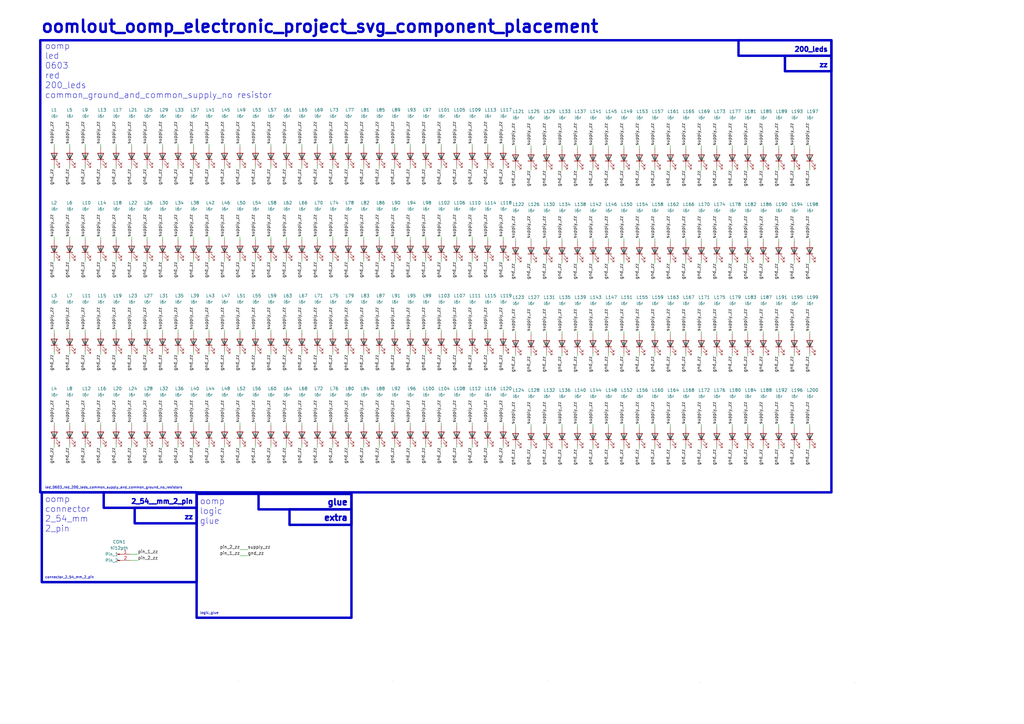
<source format=kicad_sch>
(kicad_sch (version 20230121) (generator eeschema)
  (paper "A3")
  (wire (pts (xy 274.955 106.68) (xy 274.955 107.95)))
  (wire (pts (xy 53.975 135.255) (xy 53.975 136.525)))
  (wire (pts (xy 236.855 135.89) (xy 236.855 137.16)))
  (wire (pts (xy 79.375 106.045) (xy 79.375 107.315)))
  (wire (pts (xy 287.655 182.88) (xy 287.655 184.15)))
  (wire (pts (xy 211.455 135.89) (xy 211.455 137.16)))
  (wire (pts (xy 306.705 135.89) (xy 306.705 137.16)))
  (wire (pts (xy 34.925 135.255) (xy 34.925 136.525)))
  (wire (pts (xy 255.905 59.69) (xy 255.905 60.96)))
  (wire (pts (xy 174.625 97.155) (xy 174.625 98.425)))
  (wire (pts (xy 230.505 68.58) (xy 230.505 69.85)))
  (wire (pts (xy 200.025 182.245) (xy 200.025 183.515)))
  (wire (pts (xy 60.325 182.245) (xy 60.325 183.515)))
  (wire (pts (xy 230.505 59.69) (xy 230.505 60.96)))
  (wire (pts (xy 111.125 97.155) (xy 111.125 98.425)))
  (wire (pts (xy 206.375 106.045) (xy 206.375 107.315)))
  (wire (pts (xy 217.805 135.89) (xy 217.805 137.16)))
  (wire (pts (xy 255.905 144.78) (xy 255.905 146.05)))
  (wire (pts (xy 268.605 59.69) (xy 268.605 60.96)))
  (wire (pts (xy 98.425 182.245) (xy 98.425 183.515)))
  (wire (pts (xy 130.175 106.045) (xy 130.175 107.315)))
  (wire (pts (xy 117.475 173.355) (xy 117.475 174.625)))
  (wire (pts (xy 325.755 182.88) (xy 325.755 184.15)))
  (wire (pts (xy 123.825 67.945) (xy 123.825 69.215)))
  (wire (pts (xy 53.34 227.33) (xy 56.515 227.33)))
  (wire (pts (xy 66.675 173.355) (xy 66.675 174.625)))
  (wire (pts (xy 200.025 144.145) (xy 200.025 145.415)))
  (wire (pts (xy 136.525 67.945) (xy 136.525 69.215)))
  (wire (pts (xy 142.875 144.145) (xy 142.875 145.415)))
  (wire (pts (xy 168.275 67.945) (xy 168.275 69.215)))
  (wire (pts (xy 73.025 106.045) (xy 73.025 107.315)))
  (wire (pts (xy 123.825 106.045) (xy 123.825 107.315)))
  (wire (pts (xy 217.805 59.69) (xy 217.805 60.96)))
  (wire (pts (xy 60.325 173.355) (xy 60.325 174.625)))
  (wire (pts (xy 243.205 135.89) (xy 243.205 137.16)))
  (wire (pts (xy 332.105 173.99) (xy 332.105 175.26)))
  (wire (pts (xy 98.425 225.425) (xy 101.6 225.425)))
  (wire (pts (xy 325.755 59.69) (xy 325.755 60.96)))
  (wire (pts (xy 168.275 182.245) (xy 168.275 183.515)))
  (wire (pts (xy 149.225 182.245) (xy 149.225 183.515)))
  (wire (pts (xy 149.225 97.155) (xy 149.225 98.425)))
  (wire (pts (xy 300.355 68.58) (xy 300.355 69.85)))
  (wire (pts (xy 217.805 182.88) (xy 217.805 184.15)))
  (wire (pts (xy 332.105 135.89) (xy 332.105 137.16)))
  (wire (pts (xy 130.175 59.055) (xy 130.175 60.325)))
  (wire (pts (xy 193.675 173.355) (xy 193.675 174.625)))
  (wire (pts (xy 187.325 97.155) (xy 187.325 98.425)))
  (wire (pts (xy 300.355 106.68) (xy 300.355 107.95)))
  (wire (pts (xy 79.375 144.145) (xy 79.375 145.415)))
  (wire (pts (xy 111.125 67.945) (xy 111.125 69.215)))
  (wire (pts (xy 168.275 97.155) (xy 168.275 98.425)))
  (wire (pts (xy 66.675 144.145) (xy 66.675 145.415)))
  (wire (pts (xy 243.205 144.78) (xy 243.205 146.05)))
  (wire (pts (xy 161.925 173.355) (xy 161.925 174.625)))
  (wire (pts (xy 130.175 144.145) (xy 130.175 145.415)))
  (wire (pts (xy 193.675 182.245) (xy 193.675 183.515)))
  (wire (pts (xy 104.775 59.055) (xy 104.775 60.325)))
  (wire (pts (xy 104.775 67.945) (xy 104.775 69.215)))
  (wire (pts (xy 174.625 182.245) (xy 174.625 183.515)))
  (wire (pts (xy 123.825 59.055) (xy 123.825 60.325)))
  (wire (pts (xy 200.025 173.355) (xy 200.025 174.625)))
  (wire (pts (xy 28.575 182.245) (xy 28.575 183.515)))
  (wire (pts (xy 149.225 144.145) (xy 149.225 145.415)))
  (wire (pts (xy 79.375 173.355) (xy 79.375 174.625)))
  (wire (pts (xy 294.005 68.58) (xy 294.005 69.85)))
  (wire (pts (xy 130.175 182.245) (xy 130.175 183.515)))
  (wire (pts (xy 332.105 106.68) (xy 332.105 107.95)))
  (wire (pts (xy 73.025 97.155) (xy 73.025 98.425)))
  (wire (pts (xy 300.355 59.69) (xy 300.355 60.96)))
  (wire (pts (xy 53.975 97.155) (xy 53.975 98.425)))
  (wire (pts (xy 325.755 144.78) (xy 325.755 146.05)))
  (wire (pts (xy 28.575 135.255) (xy 28.575 136.525)))
  (wire (pts (xy 306.705 173.99) (xy 306.705 175.26)))
  (wire (pts (xy 332.105 68.58) (xy 332.105 69.85)))
  (wire (pts (xy 98.425 227.965) (xy 101.6 227.965)))
  (wire (pts (xy 193.675 67.945) (xy 193.675 69.215)))
  (wire (pts (xy 243.205 59.69) (xy 243.205 60.96)))
  (wire (pts (xy 300.355 144.78) (xy 300.355 146.05)))
  (wire (pts (xy 73.025 59.055) (xy 73.025 60.325)))
  (wire (pts (xy 236.855 182.88) (xy 236.855 184.15)))
  (wire (pts (xy 193.675 144.145) (xy 193.675 145.415)))
  (wire (pts (xy 123.825 144.145) (xy 123.825 145.415)))
  (wire (pts (xy 306.705 97.79) (xy 306.705 99.06)))
  (wire (pts (xy 274.955 59.69) (xy 274.955 60.96)))
  (wire (pts (xy 53.34 229.87) (xy 56.515 229.87)))
  (wire (pts (xy 230.505 97.79) (xy 230.505 99.06)))
  (wire (pts (xy 249.555 59.69) (xy 249.555 60.96)))
  (wire (pts (xy 92.075 97.155) (xy 92.075 98.425)))
  (wire (pts (xy 180.975 97.155) (xy 180.975 98.425)))
  (wire (pts (xy 274.955 144.78) (xy 274.955 146.05)))
  (wire (pts (xy 123.825 173.355) (xy 123.825 174.625)))
  (wire (pts (xy 168.275 135.255) (xy 168.275 136.525)))
  (wire (pts (xy 230.505 182.88) (xy 230.505 184.15)))
  (wire (pts (xy 180.975 135.255) (xy 180.975 136.525)))
  (wire (pts (xy 193.675 97.155) (xy 193.675 98.425)))
  (wire (pts (xy 174.625 106.045) (xy 174.625 107.315)))
  (wire (pts (xy 136.525 59.055) (xy 136.525 60.325)))
  (wire (pts (xy 224.155 68.58) (xy 224.155 69.85)))
  (wire (pts (xy 224.155 182.88) (xy 224.155 184.15)))
  (wire (pts (xy 161.925 97.155) (xy 161.925 98.425)))
  (wire (pts (xy 236.855 144.78) (xy 236.855 146.05)))
  (wire (pts (xy 262.255 135.89) (xy 262.255 137.16)))
  (wire (pts (xy 281.305 182.88) (xy 281.305 184.15)))
  (wire (pts (xy 123.825 182.245) (xy 123.825 183.515)))
  (wire (pts (xy 262.255 68.58) (xy 262.255 69.85)))
  (wire (pts (xy 224.155 135.89) (xy 224.155 137.16)))
  (wire (pts (xy 92.075 173.355) (xy 92.075 174.625)))
  (wire (pts (xy 243.205 106.68) (xy 243.205 107.95)))
  (wire (pts (xy 136.525 173.355) (xy 136.525 174.625)))
  (wire (pts (xy 92.075 106.045) (xy 92.075 107.315)))
  (wire (pts (xy 180.975 67.945) (xy 180.975 69.215)))
  (wire (pts (xy 47.625 67.945) (xy 47.625 69.215)))
  (wire (pts (xy 85.725 59.055) (xy 85.725 60.325)))
  (wire (pts (xy 319.405 182.88) (xy 319.405 184.15)))
  (wire (pts (xy 174.625 173.355) (xy 174.625 174.625)))
  (wire (pts (xy 211.455 106.68) (xy 211.455 107.95)))
  (wire (pts (xy 111.125 173.355) (xy 111.125 174.625)))
  (wire (pts (xy 47.625 135.255) (xy 47.625 136.525)))
  (wire (pts (xy 294.005 135.89) (xy 294.005 137.16)))
  (wire (pts (xy 180.975 182.245) (xy 180.975 183.515)))
  (wire (pts (xy 41.275 67.945) (xy 41.275 69.215)))
  (wire (pts (xy 104.775 135.255) (xy 104.775 136.525)))
  (wire (pts (xy 111.125 182.245) (xy 111.125 183.515)))
  (wire (pts (xy 274.955 135.89) (xy 274.955 137.16)))
  (wire (pts (xy 111.125 59.055) (xy 111.125 60.325)))
  (wire (pts (xy 66.675 106.045) (xy 66.675 107.315)))
  (wire (pts (xy 123.825 97.155) (xy 123.825 98.425)))
  (wire (pts (xy 104.775 97.155) (xy 104.775 98.425)))
  (wire (pts (xy 53.975 67.945) (xy 53.975 69.215)))
  (wire (pts (xy 332.105 182.88) (xy 332.105 184.15)))
  (wire (pts (xy 155.575 97.155) (xy 155.575 98.425)))
  (wire (pts (xy 47.625 173.355) (xy 47.625 174.625)))
  (wire (pts (xy 281.305 97.79) (xy 281.305 99.06)))
  (wire (pts (xy 28.575 59.055) (xy 28.575 60.325)))
  (wire (pts (xy 117.475 135.255) (xy 117.475 136.525)))
  (wire (pts (xy 187.325 67.945) (xy 187.325 69.215)))
  (wire (pts (xy 41.275 182.245) (xy 41.275 183.515)))
  (wire (pts (xy 217.805 106.68) (xy 217.805 107.95)))
  (wire (pts (xy 130.175 135.255) (xy 130.175 136.525)))
  (wire (pts (xy 306.705 144.78) (xy 306.705 146.05)))
  (wire (pts (xy 73.025 173.355) (xy 73.025 174.625)))
  (wire (pts (xy 53.975 59.055) (xy 53.975 60.325)))
  (wire (pts (xy 34.925 97.155) (xy 34.925 98.425)))
  (wire (pts (xy 180.975 144.145) (xy 180.975 145.415)))
  (wire (pts (xy 187.325 59.055) (xy 187.325 60.325)))
  (wire (pts (xy 211.455 182.88) (xy 211.455 184.15)))
  (wire (pts (xy 211.455 59.69) (xy 211.455 60.96)))
  (wire (pts (xy 47.625 97.155) (xy 47.625 98.425)))
  (wire (pts (xy 187.325 106.045) (xy 187.325 107.315)))
  (wire (pts (xy 174.625 135.255) (xy 174.625 136.525)))
  (wire (pts (xy 236.855 106.68) (xy 236.855 107.95)))
  (wire (pts (xy 313.055 173.99) (xy 313.055 175.26)))
  (wire (pts (xy 117.475 59.055) (xy 117.475 60.325)))
  (wire (pts (xy 28.575 106.045) (xy 28.575 107.315)))
  (wire (pts (xy 47.625 182.245) (xy 47.625 183.515)))
  (wire (pts (xy 155.575 67.945) (xy 155.575 69.215)))
  (wire (pts (xy 66.675 97.155) (xy 66.675 98.425)))
  (wire (pts (xy 193.675 106.045) (xy 193.675 107.315)))
  (wire (pts (xy 136.525 144.145) (xy 136.525 145.415)))
  (wire (pts (xy 34.925 59.055) (xy 34.925 60.325)))
  (wire (pts (xy 206.375 67.945) (xy 206.375 69.215)))
  (wire (pts (xy 85.725 173.355) (xy 85.725 174.625)))
  (wire (pts (xy 161.925 106.045) (xy 161.925 107.315)))
  (wire (pts (xy 117.475 144.145) (xy 117.475 145.415)))
  (wire (pts (xy 211.455 173.99) (xy 211.455 175.26)))
  (wire (pts (xy 136.525 135.255) (xy 136.525 136.525)))
  (wire (pts (xy 149.225 67.945) (xy 149.225 69.215)))
  (wire (pts (xy 287.655 106.68) (xy 287.655 107.95)))
  (wire (pts (xy 243.205 173.99) (xy 243.205 175.26)))
  (wire (pts (xy 294.005 106.68) (xy 294.005 107.95)))
  (wire (pts (xy 281.305 59.69) (xy 281.305 60.96)))
  (wire (pts (xy 206.375 135.255) (xy 206.375 136.525)))
  (wire (pts (xy 300.355 97.79) (xy 300.355 99.06)))
  (wire (pts (xy 243.205 182.88) (xy 243.205 184.15)))
  (wire (pts (xy 155.575 173.355) (xy 155.575 174.625)))
  (wire (pts (xy 206.375 59.055) (xy 206.375 60.325)))
  (wire (pts (xy 142.875 59.055) (xy 142.875 60.325)))
  (wire (pts (xy 306.705 59.69) (xy 306.705 60.96)))
  (wire (pts (xy 28.575 97.155) (xy 28.575 98.425)))
  (wire (pts (xy 41.275 97.155) (xy 41.275 98.425)))
  (wire (pts (xy 206.375 97.155) (xy 206.375 98.425)))
  (wire (pts (xy 136.525 106.045) (xy 136.525 107.315)))
  (wire (pts (xy 268.605 173.99) (xy 268.605 175.26)))
  (wire (pts (xy 224.155 59.69) (xy 224.155 60.96)))
  (wire (pts (xy 313.055 97.79) (xy 313.055 99.06)))
  (wire (pts (xy 313.055 106.68) (xy 313.055 107.95)))
  (wire (pts (xy 22.225 135.255) (xy 22.225 136.525)))
  (wire (pts (xy 262.255 144.78) (xy 262.255 146.05)))
  (wire (pts (xy 287.655 59.69) (xy 287.655 60.96)))
  (wire (pts (xy 268.605 135.89) (xy 268.605 137.16)))
  (wire (pts (xy 332.105 144.78) (xy 332.105 146.05)))
  (wire (pts (xy 200.025 135.255) (xy 200.025 136.525)))
  (wire (pts (xy 249.555 97.79) (xy 249.555 99.06)))
  (wire (pts (xy 249.555 106.68) (xy 249.555 107.95)))
  (wire (pts (xy 262.255 173.99) (xy 262.255 175.26)))
  (wire (pts (xy 200.025 59.055) (xy 200.025 60.325)))
  (wire (pts (xy 268.605 182.88) (xy 268.605 184.15)))
  (wire (pts (xy 41.275 59.055) (xy 41.275 60.325)))
  (wire (pts (xy 22.225 97.155) (xy 22.225 98.425)))
  (wire (pts (xy 136.525 182.245) (xy 136.525 183.515)))
  (wire (pts (xy 73.025 144.145) (xy 73.025 145.415)))
  (wire (pts (xy 66.675 59.055) (xy 66.675 60.325)))
  (wire (pts (xy 268.605 144.78) (xy 268.605 146.05)))
  (wire (pts (xy 332.105 97.79) (xy 332.105 99.06)))
  (wire (pts (xy 142.875 182.245) (xy 142.875 183.515)))
  (wire (pts (xy 224.155 106.68) (xy 224.155 107.95)))
  (wire (pts (xy 236.855 59.69) (xy 236.855 60.96)))
  (wire (pts (xy 281.305 135.89) (xy 281.305 137.16)))
  (wire (pts (xy 281.305 173.99) (xy 281.305 175.26)))
  (wire (pts (xy 325.755 135.89) (xy 325.755 137.16)))
  (wire (pts (xy 53.975 182.245) (xy 53.975 183.515)))
  (wire (pts (xy 28.575 67.945) (xy 28.575 69.215)))
  (wire (pts (xy 281.305 144.78) (xy 281.305 146.05)))
  (wire (pts (xy 34.925 67.945) (xy 34.925 69.215)))
  (wire (pts (xy 187.325 182.245) (xy 187.325 183.515)))
  (wire (pts (xy 319.405 59.69) (xy 319.405 60.96)))
  (wire (pts (xy 66.675 182.245) (xy 66.675 183.515)))
  (wire (pts (xy 92.075 67.945) (xy 92.075 69.215)))
  (wire (pts (xy 180.975 106.045) (xy 180.975 107.315)))
  (wire (pts (xy 325.755 97.79) (xy 325.755 99.06)))
  (wire (pts (xy 117.475 97.155) (xy 117.475 98.425)))
  (wire (pts (xy 22.225 106.045) (xy 22.225 107.315)))
  (wire (pts (xy 313.055 68.58) (xy 313.055 69.85)))
  (wire (pts (xy 319.405 173.99) (xy 319.405 175.26)))
  (wire (pts (xy 47.625 106.045) (xy 47.625 107.315)))
  (wire (pts (xy 149.225 106.045) (xy 149.225 107.315)))
  (wire (pts (xy 155.575 182.245) (xy 155.575 183.515)))
  (wire (pts (xy 34.925 106.045) (xy 34.925 107.315)))
  (wire (pts (xy 53.975 144.145) (xy 53.975 145.415)))
  (wire (pts (xy 111.125 135.255) (xy 111.125 136.525)))
  (wire (pts (xy 98.425 106.045) (xy 98.425 107.315)))
  (wire (pts (xy 142.875 173.355) (xy 142.875 174.625)))
  (wire (pts (xy 230.505 135.89) (xy 230.505 137.16)))
  (wire (pts (xy 174.625 144.145) (xy 174.625 145.415)))
  (wire (pts (xy 200.025 106.045) (xy 200.025 107.315)))
  (wire (pts (xy 168.275 106.045) (xy 168.275 107.315)))
  (wire (pts (xy 306.705 182.88) (xy 306.705 184.15)))
  (wire (pts (xy 249.555 135.89) (xy 249.555 137.16)))
  (wire (pts (xy 60.325 144.145) (xy 60.325 145.415)))
  (wire (pts (xy 79.375 59.055) (xy 79.375 60.325)))
  (wire (pts (xy 262.255 106.68) (xy 262.255 107.95)))
  (wire (pts (xy 117.475 67.945) (xy 117.475 69.215)))
  (wire (pts (xy 217.805 173.99) (xy 217.805 175.26)))
  (wire (pts (xy 200.025 97.155) (xy 200.025 98.425)))
  (wire (pts (xy 306.705 68.58) (xy 306.705 69.85)))
  (wire (pts (xy 180.975 59.055) (xy 180.975 60.325)))
  (wire (pts (xy 287.655 173.99) (xy 287.655 175.26)))
  (wire (pts (xy 287.655 135.89) (xy 287.655 137.16)))
  (wire (pts (xy 41.275 173.355) (xy 41.275 174.625)))
  (wire (pts (xy 313.055 135.89) (xy 313.055 137.16)))
  (wire (pts (xy 217.805 144.78) (xy 217.805 146.05)))
  (wire (pts (xy 98.425 67.945) (xy 98.425 69.215)))
  (wire (pts (xy 180.975 173.355) (xy 180.975 174.625)))
  (wire (pts (xy 161.925 135.255) (xy 161.925 136.525)))
  (wire (pts (xy 294.005 173.99) (xy 294.005 175.26)))
  (wire (pts (xy 104.775 144.145) (xy 104.775 145.415)))
  (wire (pts (xy 60.325 67.945) (xy 60.325 69.215)))
  (wire (pts (xy 243.205 68.58) (xy 243.205 69.85)))
  (wire (pts (xy 319.405 144.78) (xy 319.405 146.05)))
  (wire (pts (xy 300.355 135.89) (xy 300.355 137.16)))
  (wire (pts (xy 47.625 144.145) (xy 47.625 145.415)))
  (wire (pts (xy 98.425 144.145) (xy 98.425 145.415)))
  (wire (pts (xy 85.725 144.145) (xy 85.725 145.415)))
  (wire (pts (xy 255.905 106.68) (xy 255.905 107.95)))
  (wire (pts (xy 294.005 182.88) (xy 294.005 184.15)))
  (wire (pts (xy 174.625 67.945) (xy 174.625 69.215)))
  (wire (pts (xy 60.325 135.255) (xy 60.325 136.525)))
  (wire (pts (xy 274.955 173.99) (xy 274.955 175.26)))
  (wire (pts (xy 255.905 68.58) (xy 255.905 69.85)))
  (wire (pts (xy 79.375 135.255) (xy 79.375 136.525)))
  (wire (pts (xy 211.455 144.78) (xy 211.455 146.05)))
  (wire (pts (xy 313.055 59.69) (xy 313.055 60.96)))
  (wire (pts (xy 236.855 173.99) (xy 236.855 175.26)))
  (wire (pts (xy 142.875 135.255) (xy 142.875 136.525)))
  (wire (pts (xy 22.225 59.055) (xy 22.225 60.325)))
  (wire (pts (xy 313.055 144.78) (xy 313.055 146.05)))
  (wire (pts (xy 224.155 144.78) (xy 224.155 146.05)))
  (wire (pts (xy 168.275 144.145) (xy 168.275 145.415)))
  (wire (pts (xy 104.775 182.245) (xy 104.775 183.515)))
  (wire (pts (xy 130.175 67.945) (xy 130.175 69.215)))
  (wire (pts (xy 79.375 67.945) (xy 79.375 69.215)))
  (wire (pts (xy 60.325 97.155) (xy 60.325 98.425)))
  (wire (pts (xy 300.355 173.99) (xy 300.355 175.26)))
  (wire (pts (xy 206.375 173.355) (xy 206.375 174.625)))
  (wire (pts (xy 313.055 182.88) (xy 313.055 184.15)))
  (wire (pts (xy 249.555 144.78) (xy 249.555 146.05)))
  (wire (pts (xy 300.355 182.88) (xy 300.355 184.15)))
  (wire (pts (xy 161.925 59.055) (xy 161.925 60.325)))
  (wire (pts (xy 274.955 182.88) (xy 274.955 184.15)))
  (wire (pts (xy 155.575 106.045) (xy 155.575 107.315)))
  (wire (pts (xy 34.925 173.355) (xy 34.925 174.625)))
  (wire (pts (xy 262.255 182.88) (xy 262.255 184.15)))
  (wire (pts (xy 117.475 182.245) (xy 117.475 183.515)))
  (wire (pts (xy 22.225 144.145) (xy 22.225 145.415)))
  (wire (pts (xy 332.105 59.69) (xy 332.105 60.96)))
  (wire (pts (xy 224.155 173.99) (xy 224.155 175.26)))
  (wire (pts (xy 79.375 97.155) (xy 79.375 98.425)))
  (wire (pts (xy 98.425 97.155) (xy 98.425 98.425)))
  (wire (pts (xy 111.125 144.145) (xy 111.125 145.415)))
  (wire (pts (xy 255.905 182.88) (xy 255.905 184.15)))
  (wire (pts (xy 136.525 97.155) (xy 136.525 98.425)))
  (wire (pts (xy 34.925 182.245) (xy 34.925 183.515)))
  (wire (pts (xy 287.655 144.78) (xy 287.655 146.05)))
  (wire (pts (xy 255.905 97.79) (xy 255.905 99.06)))
  (wire (pts (xy 92.075 135.255) (xy 92.075 136.525)))
  (wire (pts (xy 294.005 144.78) (xy 294.005 146.05)))
  (wire (pts (xy 319.405 97.79) (xy 319.405 99.06)))
  (wire (pts (xy 60.325 59.055) (xy 60.325 60.325)))
  (wire (pts (xy 268.605 68.58) (xy 268.605 69.85)))
  (wire (pts (xy 187.325 144.145) (xy 187.325 145.415)))
  (wire (pts (xy 117.475 106.045) (xy 117.475 107.315)))
  (wire (pts (xy 294.005 97.79) (xy 294.005 99.06)))
  (wire (pts (xy 22.225 67.945) (xy 22.225 69.215)))
  (wire (pts (xy 130.175 97.155) (xy 130.175 98.425)))
  (wire (pts (xy 281.305 106.68) (xy 281.305 107.95)))
  (wire (pts (xy 53.975 173.355) (xy 53.975 174.625)))
  (wire (pts (xy 294.005 59.69) (xy 294.005 60.96)))
  (wire (pts (xy 325.755 68.58) (xy 325.755 69.85)))
  (wire (pts (xy 60.325 106.045) (xy 60.325 107.315)))
  (wire (pts (xy 142.875 67.945) (xy 142.875 69.215)))
  (wire (pts (xy 149.225 59.055) (xy 149.225 60.325)))
  (wire (pts (xy 281.305 68.58) (xy 281.305 69.85)))
  (wire (pts (xy 79.375 182.245) (xy 79.375 183.515)))
  (wire (pts (xy 268.605 97.79) (xy 268.605 99.06)))
  (wire (pts (xy 98.425 173.355) (xy 98.425 174.625)))
  (wire (pts (xy 274.955 68.58) (xy 274.955 69.85)))
  (wire (pts (xy 28.575 173.355) (xy 28.575 174.625)))
  (wire (pts (xy 104.775 106.045) (xy 104.775 107.315)))
  (wire (pts (xy 66.675 135.255) (xy 66.675 136.525)))
  (wire (pts (xy 41.275 144.145) (xy 41.275 145.415)))
  (wire (pts (xy 41.275 106.045) (xy 41.275 107.315)))
  (wire (pts (xy 174.625 59.055) (xy 174.625 60.325)))
  (wire (pts (xy 149.225 135.255) (xy 149.225 136.525)))
  (wire (pts (xy 161.925 182.245) (xy 161.925 183.515)))
  (wire (pts (xy 249.555 182.88) (xy 249.555 184.15)))
  (wire (pts (xy 85.725 67.945) (xy 85.725 69.215)))
  (wire (pts (xy 142.875 97.155) (xy 142.875 98.425)))
  (wire (pts (xy 255.905 135.89) (xy 255.905 137.16)))
  (wire (pts (xy 268.605 106.68) (xy 268.605 107.95)))
  (wire (pts (xy 325.755 173.99) (xy 325.755 175.26)))
  (wire (pts (xy 236.855 97.79) (xy 236.855 99.06)))
  (wire (pts (xy 28.575 144.145) (xy 28.575 145.415)))
  (wire (pts (xy 168.275 59.055) (xy 168.275 60.325)))
  (wire (pts (xy 53.975 106.045) (xy 53.975 107.315)))
  (wire (pts (xy 92.075 144.145) (xy 92.075 145.415)))
  (wire (pts (xy 47.625 59.055) (xy 47.625 60.325)))
  (wire (pts (xy 319.405 106.68) (xy 319.405 107.95)))
  (wire (pts (xy 85.725 106.045) (xy 85.725 107.315)))
  (wire (pts (xy 287.655 68.58) (xy 287.655 69.85)))
  (wire (pts (xy 243.205 97.79) (xy 243.205 99.06)))
  (wire (pts (xy 193.675 59.055) (xy 193.675 60.325)))
  (wire (pts (xy 211.455 68.58) (xy 211.455 69.85)))
  (wire (pts (xy 130.175 173.355) (xy 130.175 174.625)))
  (wire (pts (xy 155.575 59.055) (xy 155.575 60.325)))
  (wire (pts (xy 211.455 97.79) (xy 211.455 99.06)))
  (wire (pts (xy 193.675 135.255) (xy 193.675 136.525)))
  (wire (pts (xy 73.025 182.245) (xy 73.025 183.515)))
  (wire (pts (xy 306.705 106.68) (xy 306.705 107.95)))
  (wire (pts (xy 249.555 68.58) (xy 249.555 69.85)))
  (wire (pts (xy 206.375 144.145) (xy 206.375 145.415)))
  (wire (pts (xy 123.825 135.255) (xy 123.825 136.525)))
  (wire (pts (xy 262.255 59.69) (xy 262.255 60.96)))
  (wire (pts (xy 200.025 67.945) (xy 200.025 69.215)))
  (wire (pts (xy 230.505 106.68) (xy 230.505 107.95)))
  (wire (pts (xy 325.755 106.68) (xy 325.755 107.95)))
  (wire (pts (xy 98.425 59.055) (xy 98.425 60.325)))
  (wire (pts (xy 85.725 182.245) (xy 85.725 183.515)))
  (wire (pts (xy 161.925 144.145) (xy 161.925 145.415)))
  (wire (pts (xy 85.725 135.255) (xy 85.725 136.525)))
  (wire (pts (xy 319.405 135.89) (xy 319.405 137.16)))
  (wire (pts (xy 41.275 135.255) (xy 41.275 136.525)))
  (wire (pts (xy 155.575 144.145) (xy 155.575 145.415)))
  (wire (pts (xy 217.805 68.58) (xy 217.805 69.85)))
  (wire (pts (xy 98.425 135.255) (xy 98.425 136.525)))
  (wire (pts (xy 111.125 106.045) (xy 111.125 107.315)))
  (wire (pts (xy 92.075 182.245) (xy 92.075 183.515)))
  (wire (pts (xy 22.225 182.245) (xy 22.225 183.515)))
  (wire (pts (xy 187.325 173.355) (xy 187.325 174.625)))
  (wire (pts (xy 155.575 135.255) (xy 155.575 136.525)))
  (wire (pts (xy 34.925 144.145) (xy 34.925 145.415)))
  (wire (pts (xy 274.955 97.79) (xy 274.955 99.06)))
  (wire (pts (xy 262.255 97.79) (xy 262.255 99.06)))
  (wire (pts (xy 206.375 182.245) (xy 206.375 183.515)))
  (wire (pts (xy 168.275 173.355) (xy 168.275 174.625)))
  (wire (pts (xy 149.225 173.355) (xy 149.225 174.625)))
  (wire (pts (xy 255.905 173.99) (xy 255.905 175.26)))
  (wire (pts (xy 66.675 67.945) (xy 66.675 69.215)))
  (wire (pts (xy 224.155 97.79) (xy 224.155 99.06)))
  (wire (pts (xy 104.775 173.355) (xy 104.775 174.625)))
  (wire (pts (xy 73.025 67.945) (xy 73.025 69.215)))
  (wire (pts (xy 230.505 173.99) (xy 230.505 175.26)))
  (wire (pts (xy 85.725 97.155) (xy 85.725 98.425)))
  (wire (pts (xy 73.025 135.255) (xy 73.025 136.525)))
  (wire (pts (xy 319.405 68.58) (xy 319.405 69.85)))
  (wire (pts (xy 230.505 144.78) (xy 230.505 146.05)))
  (wire (pts (xy 92.075 59.055) (xy 92.075 60.325)))
  (wire (pts (xy 249.555 173.99) (xy 249.555 175.26)))
  (wire (pts (xy 287.655 97.79) (xy 287.655 99.06)))
  (wire (pts (xy 236.855 68.58) (xy 236.855 69.85)))
  (wire (pts (xy 161.925 67.945) (xy 161.925 69.215)))
  (wire (pts (xy 22.225 173.355) (xy 22.225 174.625)))
  (wire (pts (xy 142.875 106.045) (xy 142.875 107.315)))
  (wire (pts (xy 187.325 135.255) (xy 187.325 136.525)))
  (wire (pts (xy 217.805 97.79) (xy 217.805 99.06)))
  (rectangle (start 204.47 82.55) (end 204.47 82.55))
  (rectangle (start 302.895 16.51) (end 340.995 22.86) (stroke (width 1)))
  (rectangle (start 80.645 202.565) (end 144.145 253.365) (stroke (width 1)))
  (rectangle (start 17.145 201.93) (end 80.645 238.76) (stroke (width 1)))
  (rectangle (start 266.7 121.285) (end 266.7 121.285))
  (rectangle (start 330.2 159.385) (end 330.2 159.385))
  (rectangle (start 204.47 158.75) (end 204.47 158.75))
  (rectangle (start 350.52 280.035) (end 350.52 280.035))
  (rectangle (start 266.7 159.385) (end 266.7 159.385))
  (rectangle (start 55.245 208.28) (end 80.645 214.63) (stroke (width 1)))
  (rectangle (start 106.045 202.565) (end 144.145 208.915) (stroke (width 1)))
  (rectangle (start 97.79 279.4) (end 97.79 279.4))
  (rectangle (start 204.47 120.65) (end 204.47 120.65))
  (rectangle (start 266.7 83.185) (end 266.7 83.185))
  (rectangle (start 125.095 366.395) (end 125.095 366.395))
  (rectangle (start 42.545 201.93) (end 80.645 208.28) (stroke (width 1)))
  (rectangle (start 321.945 22.86) (end 340.995 29.21) (stroke (width 1)))
  (rectangle (start 330.2 121.285) (end 330.2 121.285))
  (rectangle (start 140.97 120.65) (end 140.97 120.65))
  (rectangle (start 77.47 120.65) (end 77.47 120.65))
  (rectangle (start 161.29 279.4) (end 161.29 279.4))
  (rectangle (start 16.51 16.51) (end 340.995 201.93) (stroke (width 1)))
  (rectangle (start 224.79 279.4) (end 224.79 279.4))
  (rectangle (start 330.2 83.185) (end 330.2 83.185))
  (rectangle (start 77.47 158.75) (end 77.47 158.75))
  (rectangle (start 77.47 82.55) (end 77.47 82.55))
  (rectangle (start 118.745 208.915) (end 144.145 215.265) (stroke (width 1)))
  (rectangle (start 287.02 280.035) (end 287.02 280.035))
  (rectangle (start 140.97 158.75) (end 140.97 158.75))
  (rectangle (start 140.97 82.55) (end 140.97 82.55))
  (text "oomp\nconnector\n2_54_mm\n2_pin" (at 18.415 218.44 0) (effects (font (size 2.5 2.5)) (justify left bottom)))
  (text "glue" (at 142.875 207.645 0) (effects (font (size 2.5 2.5) (thickness 0.8) bold) (justify right bottom)))
  (text "2_54__mm_2_pin" (at 79.375 207.01 0) (effects (font (size 2 2) (thickness 0.8) bold) (justify right bottom)))
  (text "led_0603_red_200_leds_common_supply_and_common_ground_no_resistors" (at 18.415 200.66 0) (effects (font (size 1 1)) (justify left bottom)))
  (text "extra" (at 142.875 213.995 0) (effects (font (size 2.5 2.5) (thickness 0.8) bold) (justify right bottom)))
  (text "200_leds" (at 339.725 21.59 0) (effects (font (size 2 2) (thickness 0.8) bold) (justify right bottom)))
  (text "oomp\nled\n0603\nred\n200_leds\ncommon_ground_and_common_supply_no resistor\n" (at 18.415 40.64 0) (effects (font (size 2.5 2.5)) (justify left bottom)))
  (text "logic_glue" (at 81.915 252.095 0) (effects (font (size 1 1)) (justify left bottom)))
  (text "zz" (at 79.375 213.36 0) (effects (font (size 2 2) (thickness 0.8) bold) (justify right bottom)))
  (text "connector_2_54_mm_2_pin" (at 18.415 237.49 0) (effects (font (size 1 1)) (justify left bottom)))
  (text "zz" (at 339.725 27.94 0) (effects (font (size 2 2) (thickness 0.8) bold) (justify right bottom)))
  (text "oomlout_oomp_electronic_project_svg_component_placement" (at 16.51 13.97 0) (effects (font (size 5 5) (thickness 1) bold) (justify left bottom)))
  (text "oomp\nlogic\nglue" (at 81.915 215.265 0) (effects (font (size 2.5 2.5)) (justify left bottom)))
  (label "supply_zz" (at 332.105 97.79 90))
  (label "supply_zz" (at 92.075 97.155 90))
  (label "supply_zz" (at 155.575 97.155 90))
  (label "gnd_zz" (at 92.075 145.415 270))
  (label "supply_zz" (at 34.925 97.155 90))
  (label "supply_zz" (at 34.925 173.355 90))
  (label "supply_zz" (at 262.255 59.69 90))
  (label "supply_zz" (at 193.675 135.255 90))
  (label "supply_zz" (at 306.705 59.69 90))
  (label "gnd_zz" (at 53.975 107.315 270))
  (label "gnd_zz" (at 211.455 69.85 270))
  (label "supply_zz" (at 281.305 135.89 90))
  (label "supply_zz" (at 136.525 97.155 90))
  (label "gnd_zz" (at 123.825 69.215 270))
  (label "gnd_zz" (at 79.375 107.315 270))
  (label "supply_zz" (at 249.555 173.99 90))
  (label "supply_zz" (at 123.825 97.155 90))
  (label "gnd_zz" (at 60.325 183.515 270))
  (label "gnd_zz" (at 73.025 145.415 270))
  (label "gnd_zz" (at 142.875 145.415 270))
  (label "gnd_zz" (at 47.625 183.515 270))
  (label "gnd_zz" (at 325.755 184.15 270))
  (label "gnd_zz" (at 332.105 107.95 270))
  (label "gnd_zz" (at 274.955 107.95 270))
  (label "gnd_zz" (at 325.755 146.05 270))
  (label "gnd_zz" (at 155.575 183.515 270))
  (label "supply_zz" (at 274.955 59.69 90))
  (label "supply_zz" (at 98.425 135.255 90))
  (label "gnd_zz" (at 155.575 145.415 270))
  (label "supply_zz" (at 313.055 135.89 90))
  (label "gnd_zz" (at 66.675 145.415 270))
  (label "supply_zz" (at 193.675 97.155 90))
  (label "gnd_zz" (at 300.355 107.95 270))
  (label "supply_zz" (at 22.225 173.355 90))
  (label "supply_zz" (at 136.525 59.055 90))
  (label "gnd_zz" (at 34.925 145.415 270))
  (label "supply_zz" (at 255.905 97.79 90))
  (label "gnd_zz" (at 66.675 107.315 270))
  (label "gnd_zz" (at 47.625 107.315 270))
  (label "gnd_zz" (at 249.555 69.85 270))
  (label "supply_zz" (at 117.475 97.155 90))
  (label "supply_zz" (at 224.155 135.89 90))
  (label "gnd_zz" (at 136.525 69.215 270))
  (label "gnd_zz" (at 180.975 107.315 270))
  (label "supply_zz" (at 168.275 173.355 90))
  (label "gnd_zz" (at 236.855 146.05 270))
  (label "supply_zz" (at 22.225 135.255 90))
  (label "supply_zz" (at 174.625 173.355 90))
  (label "supply_zz" (at 287.655 173.99 90))
  (label "supply_zz" (at 224.155 59.69 90))
  (label "gnd_zz" (at 174.625 69.215 270))
  (label "gnd_zz" (at 268.605 107.95 270))
  (label "gnd_zz" (at 98.425 69.215 270))
  (label "gnd_zz" (at 130.175 145.415 270))
  (label "gnd_zz" (at 142.875 69.215 270))
  (label "supply_zz" (at 332.105 59.69 90))
  (label "gnd_zz" (at 193.675 107.315 270))
  (label "gnd_zz" (at 85.725 145.415 270))
  (label "supply_zz" (at 123.825 173.355 90))
  (label "supply_zz" (at 230.505 97.79 90))
  (label "supply_zz" (at 230.505 135.89 90))
  (label "supply_zz" (at 313.055 173.99 90))
  (label "gnd_zz" (at 123.825 183.515 270))
  (label "gnd_zz" (at 332.105 146.05 270))
  (label "gnd_zz" (at 111.125 69.215 270))
  (label "supply_zz" (at 130.175 173.355 90))
  (label "supply_zz" (at 168.275 135.255 90))
  (label "supply_zz" (at 161.925 59.055 90))
  (label "supply_zz" (at 41.275 59.055 90))
  (label "supply_zz" (at 53.975 59.055 90))
  (label "supply_zz" (at 325.755 135.89 90))
  (label "gnd_zz" (at 206.375 145.415 270))
  (label "supply_zz" (at 274.955 97.79 90))
  (label "gnd_zz" (at 306.705 184.15 270))
  (label "gnd_zz" (at 243.205 69.85 270))
  (label "supply_zz" (at 211.455 59.69 90))
  (label "gnd_zz" (at 287.655 69.85 270))
  (label "supply_zz" (at 92.075 173.355 90))
  (label "gnd_zz" (at 187.325 145.415 270))
  (label "gnd_zz" (at 287.655 146.05 270))
  (label "supply_zz" (at 200.025 173.355 90))
  (label "gnd_zz" (at 47.625 69.215 270))
  (label "supply_zz" (at 149.225 173.355 90))
  (label "gnd_zz" (at 53.975 183.515 270))
  (label "gnd_zz" (at 281.305 107.95 270))
  (label "gnd_zz" (at 174.625 183.515 270))
  (label "supply_zz" (at 294.005 97.79 90))
  (label "gnd_zz" (at 98.425 107.315 270))
  (label "gnd_zz" (at 104.775 183.515 270))
  (label "gnd_zz" (at 262.255 69.85 270))
  (label "supply_zz" (at 104.775 173.355 90))
  (label "gnd_zz" (at 28.575 107.315 270))
  (label "supply_zz" (at 319.405 135.89 90))
  (label "supply_zz" (at 142.875 173.355 90))
  (label "gnd_zz" (at 300.355 146.05 270))
  (label "supply_zz" (at 161.925 173.355 90))
  (label "supply_zz" (at 92.075 59.055 90))
  (label "supply_zz" (at 294.005 59.69 90))
  (label "gnd_zz" (at 211.455 107.95 270))
  (label "gnd_zz" (at 92.075 107.315 270))
  (label "gnd_zz" (at 313.055 107.95 270))
  (label "supply_zz" (at 236.855 97.79 90))
  (label "gnd_zz" (at 217.805 69.85 270))
  (label "gnd_zz" (at 332.105 69.85 270))
  (label "supply_zz" (at 79.375 97.155 90))
  (label "gnd_zz" (at 230.505 107.95 270))
  (label "gnd_zz" (at 236.855 107.95 270))
  (label "supply_zz" (at 230.505 59.69 90))
  (label "gnd_zz" (at 34.925 107.315 270))
  (label "supply_zz" (at 187.325 59.055 90))
  (label "supply_zz" (at 136.525 135.255 90))
  (label "pin_1_zz" (at 98.425 227.965 180))
  (label "supply_zz" (at 101.6 225.425 0))
  (label "supply_zz" (at 123.825 135.255 90))
  (label "gnd_zz" (at 73.025 183.515 270))
  (label "supply_zz" (at 34.925 135.255 90))
  (label "supply_zz" (at 243.205 59.69 90))
  (label "gnd_zz" (at 34.925 69.215 270))
  (label "supply_zz" (at 130.175 59.055 90))
  (label "supply_zz" (at 161.925 135.255 90))
  (label "supply_zz" (at 79.375 59.055 90))
  (label "gnd_zz" (at 28.575 145.415 270))
  (label "gnd_zz" (at 287.655 107.95 270))
  (label "gnd_zz" (at 66.675 69.215 270))
  (label "gnd_zz" (at 47.625 145.415 270))
  (label "gnd_zz" (at 85.725 107.315 270))
  (label "supply_zz" (at 104.775 97.155 90))
  (label "supply_zz" (at 111.125 173.355 90))
  (label "supply_zz" (at 66.675 97.155 90))
  (label "gnd_zz" (at 306.705 69.85 270))
  (label "gnd_zz" (at 111.125 145.415 270))
  (label "supply_zz" (at 117.475 135.255 90))
  (label "gnd_zz" (at 149.225 145.415 270))
  (label "supply_zz" (at 85.725 59.055 90))
  (label "supply_zz" (at 149.225 59.055 90))
  (label "supply_zz" (at 104.775 135.255 90))
  (label "gnd_zz" (at 180.975 183.515 270))
  (label "supply_zz" (at 180.975 97.155 90))
  (label "supply_zz" (at 28.575 135.255 90))
  (label "supply_zz" (at 268.605 135.89 90))
  (label "supply_zz" (at 319.405 173.99 90))
  (label "gnd_zz" (at 217.805 184.15 270))
  (label "gnd_zz" (at 294.005 69.85 270))
  (label "supply_zz" (at 28.575 59.055 90))
  (label "gnd_zz" (at 73.025 69.215 270))
  (label "gnd_zz" (at 193.675 69.215 270))
  (label "gnd_zz" (at 211.455 184.15 270))
  (label "supply_zz" (at 28.575 173.355 90))
  (label "supply_zz" (at 287.655 59.69 90))
  (label "gnd_zz" (at 130.175 183.515 270))
  (label "gnd_zz" (at 66.675 183.515 270))
  (label "gnd_zz" (at 236.855 184.15 270))
  (label "supply_zz" (at 85.725 173.355 90))
  (label "gnd_zz" (at 41.275 107.315 270))
  (label "gnd_zz" (at 174.625 107.315 270))
  (label "supply_zz" (at 60.325 97.155 90))
  (label "supply_zz" (at 287.655 135.89 90))
  (label "gnd_zz" (at 180.975 69.215 270))
  (label "supply_zz" (at 206.375 173.355 90))
  (label "gnd_zz" (at 22.225 183.515 270))
  (label "supply_zz" (at 249.555 59.69 90))
  (label "gnd_zz" (at 268.605 146.05 270))
  (label "gnd_zz" (at 136.525 183.515 270))
  (label "gnd_zz" (at 60.325 69.215 270))
  (label "gnd_zz" (at 200.025 183.515 270))
  (label "supply_zz" (at 53.975 135.255 90))
  (label "gnd_zz" (at 281.305 184.15 270))
  (label "supply_zz" (at 206.375 97.155 90))
  (label "supply_zz" (at 73.025 97.155 90))
  (label "supply_zz" (at 300.355 135.89 90))
  (label "gnd_zz" (at 130.175 69.215 270))
  (label "supply_zz" (at 262.255 135.89 90))
  (label "supply_zz" (at 22.225 97.155 90))
  (label "gnd_zz" (at 281.305 146.05 270))
  (label "gnd_zz" (at 211.455 146.05 270))
  (label "gnd_zz" (at 85.725 69.215 270))
  (label "gnd_zz" (at 92.075 183.515 270))
  (label "supply_zz" (at 136.525 173.355 90))
  (label "gnd_zz" (at 180.975 145.415 270))
  (label "gnd_zz" (at 249.555 146.05 270))
  (label "gnd_zz" (at 41.275 145.415 270))
  (label "gnd_zz" (at 306.705 107.95 270))
  (label "supply_zz" (at 155.575 59.055 90))
  (label "supply_zz" (at 60.325 59.055 90))
  (label "gnd_zz" (at 230.505 69.85 270))
  (label "supply_zz" (at 217.805 97.79 90))
  (label "supply_zz" (at 300.355 97.79 90))
  (label "gnd_zz" (at 149.225 183.515 270))
  (label "supply_zz" (at 206.375 59.055 90))
  (label "supply_zz" (at 66.675 59.055 90))
  (label "gnd_zz" (at 294.005 184.15 270))
  (label "supply_zz" (at 243.205 97.79 90))
  (label "supply_zz" (at 294.005 135.89 90))
  (label "supply_zz" (at 66.675 135.255 90))
  (label "gnd_zz" (at 168.275 69.215 270))
  (label "gnd_zz" (at 136.525 145.415 270))
  (label "supply_zz" (at 319.405 59.69 90))
  (label "gnd_zz" (at 224.155 69.85 270))
  (label "gnd_zz" (at 313.055 146.05 270))
  (label "gnd_zz" (at 236.855 69.85 270))
  (label "supply_zz" (at 73.025 173.355 90))
  (label "gnd_zz" (at 193.675 145.415 270))
  (label "supply_zz" (at 155.575 173.355 90))
  (label "supply_zz" (at 98.425 59.055 90))
  (label "gnd_zz" (at 41.275 183.515 270))
  (label "supply_zz" (at 155.575 135.255 90))
  (label "gnd_zz" (at 53.975 69.215 270))
  (label "supply_zz" (at 130.175 135.255 90))
  (label "gnd_zz" (at 243.205 184.15 270))
  (label "supply_zz" (at 168.275 59.055 90))
  (label "gnd_zz" (at 136.525 107.315 270))
  (label "supply_zz" (at 142.875 97.155 90))
  (label "gnd_zz" (at 230.505 146.05 270))
  (label "gnd_zz" (at 217.805 107.95 270))
  (label "gnd_zz" (at 155.575 69.215 270))
  (label "supply_zz" (at 53.975 97.155 90))
  (label "gnd_zz" (at 319.405 146.05 270))
  (label "gnd_zz" (at 224.155 184.15 270))
  (label "pin_2_zz" (at 98.425 225.425 180))
  (label "gnd_zz" (at 174.625 145.415 270))
  (label "supply_zz" (at 47.625 59.055 90))
  (label "supply_zz" (at 193.675 59.055 90))
  (label "supply_zz" (at 236.855 173.99 90))
  (label "pin_1_zz" (at 56.515 227.33 0))
  (label "supply_zz" (at 243.205 135.89 90))
  (label "supply_zz" (at 47.625 97.155 90))
  (label "gnd_zz" (at 300.355 69.85 270))
  (label "gnd_zz" (at 249.555 184.15 270))
  (label "supply_zz" (at 60.325 135.255 90))
  (label "supply_zz" (at 200.025 135.255 90))
  (label "supply_zz" (at 313.055 97.79 90))
  (label "supply_zz" (at 268.605 97.79 90))
  (label "supply_zz" (at 325.755 97.79 90))
  (label "gnd_zz" (at 168.275 183.515 270))
  (label "supply_zz" (at 98.425 97.155 90))
  (label "supply_zz" (at 300.355 173.99 90))
  (label "gnd_zz" (at 200.025 69.215 270))
  (label "gnd_zz" (at 255.905 184.15 270))
  (label "gnd_zz" (at 53.975 145.415 270))
  (label "gnd_zz" (at 104.775 145.415 270))
  (label "gnd_zz" (at 161.925 107.315 270))
  (label "gnd_zz" (at 79.375 69.215 270))
  (label "supply_zz" (at 28.575 97.155 90))
  (label "supply_zz" (at 174.625 135.255 90))
  (label "gnd_zz" (at 224.155 107.95 270))
  (label "supply_zz" (at 287.655 97.79 90))
  (label "supply_zz" (at 274.955 135.89 90))
  (label "gnd_zz" (at 230.505 184.15 270))
  (label "supply_zz" (at 47.625 135.255 90))
  (label "supply_zz" (at 41.275 97.155 90))
  (label "gnd_zz" (at 104.775 107.315 270))
  (label "gnd_zz" (at 217.805 146.05 270))
  (label "supply_zz" (at 66.675 173.355 90))
  (label "supply_zz" (at 41.275 173.355 90))
  (label "gnd_zz" (at 123.825 107.315 270))
  (label "gnd_zz" (at 60.325 145.415 270))
  (label "supply_zz" (at 104.775 59.055 90))
  (label "supply_zz" (at 149.225 135.255 90))
  (label "supply_zz" (at 255.905 135.89 90))
  (label "gnd_zz" (at 319.405 107.95 270))
  (label "supply_zz" (at 22.225 59.055 90))
  (label "supply_zz" (at 79.375 135.255 90))
  (label "supply_zz" (at 300.355 59.69 90))
  (label "supply_zz" (at 217.805 173.99 90))
  (label "supply_zz" (at 294.005 173.99 90))
  (label "gnd_zz" (at 294.005 146.05 270))
  (label "supply_zz" (at 117.475 59.055 90))
  (label "gnd_zz" (at 200.025 145.415 270))
  (label "supply_zz" (at 268.605 173.99 90))
  (label "gnd_zz" (at 243.205 146.05 270))
  (label "gnd_zz" (at 111.125 107.315 270))
  (label "supply_zz" (at 249.555 135.89 90))
  (label "gnd_zz" (at 73.025 107.315 270))
  (label "gnd_zz" (at 79.375 145.415 270))
  (label "supply_zz" (at 217.805 59.69 90))
  (label "supply_zz" (at 268.605 59.69 90))
  (label "supply_zz" (at 142.875 135.255 90))
  (label "gnd_zz" (at 123.825 145.415 270))
  (label "gnd_zz" (at 268.605 184.15 270))
  (label "supply_zz" (at 224.155 173.99 90))
  (label "gnd_zz" (at 206.375 107.315 270))
  (label "gnd_zz" (at 287.655 184.15 270))
  (label "gnd_zz" (at 262.255 146.05 270))
  (label "gnd_zz" (at 161.925 183.515 270))
  (label "gnd_zz" (at 332.105 184.15 270))
  (label "gnd_zz" (at 22.225 69.215 270))
  (label "supply_zz" (at 281.305 173.99 90))
  (label "gnd_zz" (at 206.375 69.215 270))
  (label "gnd_zz" (at 313.055 69.85 270))
  (label "gnd_zz" (at 274.955 146.05 270))
  (label "gnd_zz" (at 117.475 107.315 270))
  (label "supply_zz" (at 92.075 135.255 90))
  (label "supply_zz" (at 60.325 173.355 90))
  (label "gnd_zz" (at 255.905 69.85 270))
  (label "gnd_zz" (at 92.075 69.215 270))
  (label "gnd_zz" (at 28.575 183.515 270))
  (label "supply_zz" (at 325.755 173.99 90))
  (label "supply_zz" (at 224.155 97.79 90))
  (label "pin_2_zz" (at 56.515 229.87 0))
  (label "gnd_zz" (at 268.605 69.85 270))
  (label "supply_zz" (at 180.975 59.055 90))
  (label "gnd_zz" (at 243.205 107.95 270))
  (label "supply_zz" (at 180.975 173.355 90))
  (label "supply_zz" (at 200.025 97.155 90))
  (label "gnd_zz" (at 142.875 107.315 270))
  (label "supply_zz" (at 206.375 135.255 90))
  (label "supply_zz" (at 332.105 173.99 90))
  (label "supply_zz" (at 249.555 97.79 90))
  (label "gnd_zz" (at 22.225 145.415 270))
  (label "supply_zz" (at 149.225 97.155 90))
  (label "supply_zz" (at 262.255 173.99 90))
  (label "gnd_zz" (at 262.255 107.95 270))
  (label "supply_zz" (at 255.905 173.99 90))
  (label "gnd_zz" (at 22.225 107.315 270))
  (label "supply_zz" (at 193.675 173.355 90))
  (label "supply_zz" (at 313.055 59.69 90))
  (label "gnd_zz" (at 85.725 183.515 270))
  (label "gnd_zz" (at 149.225 69.215 270))
  (label "gnd_zz" (at 262.255 184.15 270))
  (label "supply_zz" (at 123.825 59.055 90))
  (label "supply_zz" (at 306.705 173.99 90))
  (label "gnd_zz" (at 224.155 146.05 270))
  (label "gnd_zz" (at 117.475 145.415 270))
  (label "supply_zz" (at 306.705 97.79 90))
  (label "gnd_zz" (at 101.6 227.965 0))
  (label "gnd_zz" (at 187.325 69.215 270))
  (label "gnd_zz" (at 325.755 107.95 270))
  (label "gnd_zz" (at 187.325 183.515 270))
  (label "supply_zz" (at 34.925 59.055 90))
  (label "gnd_zz" (at 249.555 107.95 270))
  (label "supply_zz" (at 262.255 97.79 90))
  (label "supply_zz" (at 168.275 97.155 90))
  (label "gnd_zz" (at 193.675 183.515 270))
  (label "gnd_zz" (at 168.275 145.415 270))
  (label "supply_zz" (at 161.925 97.155 90))
  (label "supply_zz" (at 281.305 59.69 90))
  (label "gnd_zz" (at 28.575 69.215 270))
  (label "supply_zz" (at 200.025 59.055 90))
  (label "supply_zz" (at 236.855 135.89 90))
  (label "gnd_zz" (at 117.475 69.215 270))
  (label "supply_zz" (at 187.325 173.355 90))
  (label "gnd_zz" (at 319.405 184.15 270))
  (label "gnd_zz" (at 155.575 107.315 270))
  (label "supply_zz" (at 85.725 135.255 90))
  (label "supply_zz" (at 332.105 135.89 90))
  (label "gnd_zz" (at 60.325 107.315 270))
  (label "gnd_zz" (at 206.375 183.515 270))
  (label "gnd_zz" (at 313.055 184.15 270))
  (label "supply_zz" (at 117.475 173.355 90))
  (label "supply_zz" (at 217.805 135.89 90))
  (label "gnd_zz" (at 161.925 69.215 270))
  (label "supply_zz" (at 187.325 97.155 90))
  (label "supply_zz" (at 111.125 59.055 90))
  (label "gnd_zz" (at 200.025 107.315 270))
  (label "supply_zz" (at 111.125 97.155 90))
  (label "gnd_zz" (at 34.925 183.515 270))
  (label "gnd_zz" (at 325.755 69.85 270))
  (label "gnd_zz" (at 130.175 107.315 270))
  (label "gnd_zz" (at 161.925 145.415 270))
  (label "supply_zz" (at 73.025 135.255 90))
  (label "supply_zz" (at 274.955 173.99 90))
  (label "gnd_zz" (at 274.955 69.85 270))
  (label "gnd_zz" (at 98.425 183.515 270))
  (label "supply_zz" (at 98.425 173.355 90))
  (label "gnd_zz" (at 306.705 146.05 270))
  (label "gnd_zz" (at 111.125 183.515 270))
  (label "supply_zz" (at 281.305 97.79 90))
  (label "gnd_zz" (at 142.875 183.515 270))
  (label "supply_zz" (at 319.405 97.79 90))
  (label "supply_zz" (at 306.705 135.89 90))
  (label "gnd_zz" (at 281.305 69.85 270))
  (label "supply_zz" (at 211.455 135.89 90))
  (label "supply_zz" (at 41.275 135.255 90))
  (label "supply_zz" (at 85.725 97.155 90))
  (label "supply_zz" (at 130.175 97.155 90))
  (label "supply_zz" (at 53.975 173.355 90))
  (label "gnd_zz" (at 104.775 69.215 270))
  (label "supply_zz" (at 211.455 173.99 90))
  (label "supply_zz" (at 255.905 59.69 90))
  (label "gnd_zz" (at 255.905 107.95 270))
  (label "gnd_zz" (at 255.905 146.05 270))
  (label "gnd_zz" (at 294.005 107.95 270))
  (label "gnd_zz" (at 319.405 69.85 270))
  (label "supply_zz" (at 111.125 135.255 90))
  (label "supply_zz" (at 174.625 59.055 90))
  (label "gnd_zz" (at 300.355 184.15 270))
  (label "gnd_zz" (at 98.425 145.415 270))
  (label "gnd_zz" (at 79.375 183.515 270))
  (label "supply_zz" (at 325.755 59.69 90))
  (label "gnd_zz" (at 168.275 107.315 270))
  (label "supply_zz" (at 230.505 173.99 90))
  (label "supply_zz" (at 47.625 173.355 90))
  (label "gnd_zz" (at 117.475 183.515 270))
  (label "gnd_zz" (at 149.225 107.315 270))
  (label "gnd_zz" (at 41.275 69.215 270))
  (label "supply_zz" (at 79.375 173.355 90))
  (label "supply_zz" (at 174.625 97.155 90))
  (label "supply_zz" (at 243.205 173.99 90))
  (label "supply_zz" (at 211.455 97.79 90))
  (label "supply_zz" (at 187.325 135.255 90))
  (label "supply_zz" (at 236.855 59.69 90))
  (label "gnd_zz" (at 274.955 184.15 270))
  (label "supply_zz" (at 142.875 59.055 90))
  (label "supply_zz" (at 180.975 135.255 90))
  (label "gnd_zz" (at 187.325 107.315 270))
  (label "supply_zz" (at 73.025 59.055 90))
  (symbol (lib_id "oomlout_oomp_part_symbols:l6r_electronic_led_0603_red") (at 300.355 102.87 90) (unit 1)
    (property "Reference" "L178" (at 299.085 83.82 90) (effects (justify right)))
    (property "Value" "l6r" (at 299.085 86.36 90) (effects (justify right)))
    (property "Footprint" "oomlout_oomp_part_footprints:l6r_electronic_led_0603_red" (effects hide))
    (property "Datasheet" "https://github.com/oomlout/oomlout_oomp_v3/parts/electronic_led_0603_red/datasheet.pdf" (effects hide))
  )
  (symbol (lib_id "oomlout_oomp_part_symbols:l6r_electronic_led_0603_red") (at 117.475 64.135 90) (unit 1)
    (property "Reference" "L61" (at 116.205 45.085 90) (effects (justify right)))
    (property "Value" "l6r" (at 116.205 47.625 90) (effects (justify right)))
    (property "Footprint" "oomlout_oomp_part_footprints:l6r_electronic_led_0603_red" (effects hide))
    (property "Datasheet" "https://github.com/oomlout/oomlout_oomp_v3/parts/electronic_led_0603_red/datasheet.pdf" (effects hide))
  )
  (symbol (lib_id "oomlout_oomp_part_symbols:l6r_electronic_led_0603_red") (at 332.105 140.97 90) (unit 1)
    (property "Reference" "L199" (at 330.835 121.92 90) (effects (justify right)))
    (property "Value" "l6r" (at 330.835 124.46 90) (effects (justify right)))
    (property "Footprint" "oomlout_oomp_part_footprints:l6r_electronic_led_0603_red" (effects hide))
    (property "Datasheet" "https://github.com/oomlout/oomlout_oomp_v3/parts/electronic_led_0603_red/datasheet.pdf" (effects hide))
  )
  (symbol (lib_id "oomlout_oomp_part_symbols:l6r_electronic_led_0603_red") (at 161.925 140.335 90) (unit 1)
    (property "Reference" "L91" (at 160.655 121.285 90) (effects (justify right)))
    (property "Value" "l6r" (at 160.655 123.825 90) (effects (justify right)))
    (property "Footprint" "oomlout_oomp_part_footprints:l6r_electronic_led_0603_red" (effects hide))
    (property "Datasheet" "https://github.com/oomlout/oomlout_oomp_v3/parts/electronic_led_0603_red/datasheet.pdf" (effects hide))
  )
  (symbol (lib_id "oomlout_oomp_part_symbols:l6r_electronic_led_0603_red") (at 28.575 102.235 90) (unit 1)
    (property "Reference" "L6" (at 27.305 83.185 90) (effects (justify right)))
    (property "Value" "l6r" (at 27.305 85.725 90) (effects (justify right)))
    (property "Footprint" "oomlout_oomp_part_footprints:l6r_electronic_led_0603_red" (effects hide))
    (property "Datasheet" "https://github.com/oomlout/oomlout_oomp_v3/parts/electronic_led_0603_red/datasheet.pdf" (effects hide))
  )
  (symbol (lib_id "oomlout_oomp_part_symbols:l6r_electronic_led_0603_red") (at 180.975 178.435 90) (unit 1)
    (property "Reference" "L104" (at 179.705 159.385 90) (effects (justify right)))
    (property "Value" "l6r" (at 179.705 161.925 90) (effects (justify right)))
    (property "Footprint" "oomlout_oomp_part_footprints:l6r_electronic_led_0603_red" (effects hide))
    (property "Datasheet" "https://github.com/oomlout/oomlout_oomp_v3/parts/electronic_led_0603_red/datasheet.pdf" (effects hide))
  )
  (symbol (lib_id "oomlout_oomp_part_symbols:l6r_electronic_led_0603_red") (at 180.975 102.235 90) (unit 1)
    (property "Reference" "L102" (at 179.705 83.185 90) (effects (justify right)))
    (property "Value" "l6r" (at 179.705 85.725 90) (effects (justify right)))
    (property "Footprint" "oomlout_oomp_part_footprints:l6r_electronic_led_0603_red" (effects hide))
    (property "Datasheet" "https://github.com/oomlout/oomlout_oomp_v3/parts/electronic_led_0603_red/datasheet.pdf" (effects hide))
  )
  (symbol (lib_id "oomlout_oomp_part_symbols:l6r_electronic_led_0603_red") (at 28.575 178.435 90) (unit 1)
    (property "Reference" "L8" (at 27.305 159.385 90) (effects (justify right)))
    (property "Value" "l6r" (at 27.305 161.925 90) (effects (justify right)))
    (property "Footprint" "oomlout_oomp_part_footprints:l6r_electronic_led_0603_red" (effects hide))
    (property "Datasheet" "https://github.com/oomlout/oomlout_oomp_v3/parts/electronic_led_0603_red/datasheet.pdf" (effects hide))
  )
  (symbol (lib_id "oomlout_oomp_part_symbols:l6r_electronic_led_0603_red") (at 73.025 178.435 90) (unit 1)
    (property "Reference" "L36" (at 71.755 159.385 90) (effects (justify right)))
    (property "Value" "l6r" (at 71.755 161.925 90) (effects (justify right)))
    (property "Footprint" "oomlout_oomp_part_footprints:l6r_electronic_led_0603_red" (effects hide))
    (property "Datasheet" "https://github.com/oomlout/oomlout_oomp_v3/parts/electronic_led_0603_red/datasheet.pdf" (effects hide))
  )
  (symbol (lib_id "oomlout_oomp_part_symbols:l6r_electronic_led_0603_red") (at 268.605 64.77 90) (unit 1)
    (property "Reference" "L157" (at 267.335 45.72 90) (effects (justify right)))
    (property "Value" "l6r" (at 267.335 48.26 90) (effects (justify right)))
    (property "Footprint" "oomlout_oomp_part_footprints:l6r_electronic_led_0603_red" (effects hide))
    (property "Datasheet" "https://github.com/oomlout/oomlout_oomp_v3/parts/electronic_led_0603_red/datasheet.pdf" (effects hide))
  )
  (symbol (lib_id "oomlout_oomp_part_symbols:l6r_electronic_led_0603_red") (at 255.905 102.87 90) (unit 1)
    (property "Reference" "L150" (at 254.635 83.82 90) (effects (justify right)))
    (property "Value" "l6r" (at 254.635 86.36 90) (effects (justify right)))
    (property "Footprint" "oomlout_oomp_part_footprints:l6r_electronic_led_0603_red" (effects hide))
    (property "Datasheet" "https://github.com/oomlout/oomlout_oomp_v3/parts/electronic_led_0603_red/datasheet.pdf" (effects hide))
  )
  (symbol (lib_id "oomlout_oomp_part_symbols:l6r_electronic_led_0603_red") (at 155.575 64.135 90) (unit 1)
    (property "Reference" "L85" (at 154.305 45.085 90) (effects (justify right)))
    (property "Value" "l6r" (at 154.305 47.625 90) (effects (justify right)))
    (property "Footprint" "oomlout_oomp_part_footprints:l6r_electronic_led_0603_red" (effects hide))
    (property "Datasheet" "https://github.com/oomlout/oomlout_oomp_v3/parts/electronic_led_0603_red/datasheet.pdf" (effects hide))
  )
  (symbol (lib_id "oomlout_oomp_part_symbols:l6r_electronic_led_0603_red") (at 224.155 140.97 90) (unit 1)
    (property "Reference" "L131" (at 222.885 121.92 90) (effects (justify right)))
    (property "Value" "l6r" (at 222.885 124.46 90) (effects (justify right)))
    (property "Footprint" "oomlout_oomp_part_footprints:l6r_electronic_led_0603_red" (effects hide))
    (property "Datasheet" "https://github.com/oomlout/oomlout_oomp_v3/parts/electronic_led_0603_red/datasheet.pdf" (effects hide))
  )
  (symbol (lib_id "oomlout_oomp_part_symbols:l6r_electronic_led_0603_red") (at 294.005 179.07 90) (unit 1)
    (property "Reference" "L176" (at 292.735 160.02 90) (effects (justify right)))
    (property "Value" "l6r" (at 292.735 162.56 90) (effects (justify right)))
    (property "Footprint" "oomlout_oomp_part_footprints:l6r_electronic_led_0603_red" (effects hide))
    (property "Datasheet" "https://github.com/oomlout/oomlout_oomp_v3/parts/electronic_led_0603_red/datasheet.pdf" (effects hide))
  )
  (symbol (lib_id "oomlout_oomp_part_symbols:l6r_electronic_led_0603_red") (at 60.325 64.135 90) (unit 1)
    (property "Reference" "L25" (at 59.055 45.085 90) (effects (justify right)))
    (property "Value" "l6r" (at 59.055 47.625 90) (effects (justify right)))
    (property "Footprint" "oomlout_oomp_part_footprints:l6r_electronic_led_0603_red" (effects hide))
    (property "Datasheet" "https://github.com/oomlout/oomlout_oomp_v3/parts/electronic_led_0603_red/datasheet.pdf" (effects hide))
  )
  (symbol (lib_id "oomlout_oomp_part_symbols:l6r_electronic_led_0603_red") (at 155.575 178.435 90) (unit 1)
    (property "Reference" "L88" (at 154.305 159.385 90) (effects (justify right)))
    (property "Value" "l6r" (at 154.305 161.925 90) (effects (justify right)))
    (property "Footprint" "oomlout_oomp_part_footprints:l6r_electronic_led_0603_red" (effects hide))
    (property "Datasheet" "https://github.com/oomlout/oomlout_oomp_v3/parts/electronic_led_0603_red/datasheet.pdf" (effects hide))
  )
  (symbol (lib_id "oomlout_oomp_part_symbols:l6r_electronic_led_0603_red") (at 230.505 102.87 90) (unit 1)
    (property "Reference" "L134" (at 229.235 83.82 90) (effects (justify right)))
    (property "Value" "l6r" (at 229.235 86.36 90) (effects (justify right)))
    (property "Footprint" "oomlout_oomp_part_footprints:l6r_electronic_led_0603_red" (effects hide))
    (property "Datasheet" "https://github.com/oomlout/oomlout_oomp_v3/parts/electronic_led_0603_red/datasheet.pdf" (effects hide))
  )
  (symbol (lib_id "oomlout_oomp_part_symbols:l6r_electronic_led_0603_red") (at 274.955 179.07 90) (unit 1)
    (property "Reference" "L164" (at 273.685 160.02 90) (effects (justify right)))
    (property "Value" "l6r" (at 273.685 162.56 90) (effects (justify right)))
    (property "Footprint" "oomlout_oomp_part_footprints:l6r_electronic_led_0603_red" (effects hide))
    (property "Datasheet" "https://github.com/oomlout/oomlout_oomp_v3/parts/electronic_led_0603_red/datasheet.pdf" (effects hide))
  )
  (symbol (lib_id "oomlout_oomp_part_symbols:l6r_electronic_led_0603_red") (at 193.675 102.235 90) (unit 1)
    (property "Reference" "L110" (at 192.405 83.185 90) (effects (justify right)))
    (property "Value" "l6r" (at 192.405 85.725 90) (effects (justify right)))
    (property "Footprint" "oomlout_oomp_part_footprints:l6r_electronic_led_0603_red" (effects hide))
    (property "Datasheet" "https://github.com/oomlout/oomlout_oomp_v3/parts/electronic_led_0603_red/datasheet.pdf" (effects hide))
  )
  (symbol (lib_id "oomlout_oomp_part_symbols:l6r_electronic_led_0603_red") (at 130.175 178.435 90) (unit 1)
    (property "Reference" "L72" (at 128.905 159.385 90) (effects (justify right)))
    (property "Value" "l6r" (at 128.905 161.925 90) (effects (justify right)))
    (property "Footprint" "oomlout_oomp_part_footprints:l6r_electronic_led_0603_red" (effects hide))
    (property "Datasheet" "https://github.com/oomlout/oomlout_oomp_v3/parts/electronic_led_0603_red/datasheet.pdf" (effects hide))
  )
  (symbol (lib_id "oomlout_oomp_part_symbols:l6r_electronic_led_0603_red") (at 294.005 102.87 90) (unit 1)
    (property "Reference" "L174" (at 292.735 83.82 90) (effects (justify right)))
    (property "Value" "l6r" (at 292.735 86.36 90) (effects (justify right)))
    (property "Footprint" "oomlout_oomp_part_footprints:l6r_electronic_led_0603_red" (effects hide))
    (property "Datasheet" "https://github.com/oomlout/oomlout_oomp_v3/parts/electronic_led_0603_red/datasheet.pdf" (effects hide))
  )
  (symbol (lib_id "oomlout_oomp_part_symbols:l6r_electronic_led_0603_red") (at 123.825 102.235 90) (unit 1)
    (property "Reference" "L66" (at 122.555 83.185 90) (effects (justify right)))
    (property "Value" "l6r" (at 122.555 85.725 90) (effects (justify right)))
    (property "Footprint" "oomlout_oomp_part_footprints:l6r_electronic_led_0603_red" (effects hide))
    (property "Datasheet" "https://github.com/oomlout/oomlout_oomp_v3/parts/electronic_led_0603_red/datasheet.pdf" (effects hide))
  )
  (symbol (lib_id "oomlout_oomp_part_symbols:l6r_electronic_led_0603_red") (at 85.725 178.435 90) (unit 1)
    (property "Reference" "L44" (at 84.455 159.385 90) (effects (justify right)))
    (property "Value" "l6r" (at 84.455 161.925 90) (effects (justify right)))
    (property "Footprint" "oomlout_oomp_part_footprints:l6r_electronic_led_0603_red" (effects hide))
    (property "Datasheet" "https://github.com/oomlout/oomlout_oomp_v3/parts/electronic_led_0603_red/datasheet.pdf" (effects hide))
  )
  (symbol (lib_id "oomlout_oomp_part_symbols:l6r_electronic_led_0603_red") (at 123.825 64.135 90) (unit 1)
    (property "Reference" "L65" (at 122.555 45.085 90) (effects (justify right)))
    (property "Value" "l6r" (at 122.555 47.625 90) (effects (justify right)))
    (property "Footprint" "oomlout_oomp_part_footprints:l6r_electronic_led_0603_red" (effects hide))
    (property "Datasheet" "https://github.com/oomlout/oomlout_oomp_v3/parts/electronic_led_0603_red/datasheet.pdf" (effects hide))
  )
  (symbol (lib_id "oomlout_oomp_part_symbols:l6r_electronic_led_0603_red") (at 161.925 102.235 90) (unit 1)
    (property "Reference" "L90" (at 160.655 83.185 90) (effects (justify right)))
    (property "Value" "l6r" (at 160.655 85.725 90) (effects (justify right)))
    (property "Footprint" "oomlout_oomp_part_footprints:l6r_electronic_led_0603_red" (effects hide))
    (property "Datasheet" "https://github.com/oomlout/oomlout_oomp_v3/parts/electronic_led_0603_red/datasheet.pdf" (effects hide))
  )
  (symbol (lib_id "oomlout_oomp_part_symbols:l6r_electronic_led_0603_red") (at 66.675 64.135 90) (unit 1)
    (property "Reference" "L29" (at 65.405 45.085 90) (effects (justify right)))
    (property "Value" "l6r" (at 65.405 47.625 90) (effects (justify right)))
    (property "Footprint" "oomlout_oomp_part_footprints:l6r_electronic_led_0603_red" (effects hide))
    (property "Datasheet" "https://github.com/oomlout/oomlout_oomp_v3/parts/electronic_led_0603_red/datasheet.pdf" (effects hide))
  )
  (symbol (lib_id "oomlout_oomp_part_symbols:l6r_electronic_led_0603_red") (at 287.655 102.87 90) (unit 1)
    (property "Reference" "L170" (at 286.385 83.82 90) (effects (justify right)))
    (property "Value" "l6r" (at 286.385 86.36 90) (effects (justify right)))
    (property "Footprint" "oomlout_oomp_part_footprints:l6r_electronic_led_0603_red" (effects hide))
    (property "Datasheet" "https://github.com/oomlout/oomlout_oomp_v3/parts/electronic_led_0603_red/datasheet.pdf" (effects hide))
  )
  (symbol (lib_id "oomlout_oomp_part_symbols:l6r_electronic_led_0603_red") (at 41.275 140.335 90) (unit 1)
    (property "Reference" "L15" (at 40.005 121.285 90) (effects (justify right)))
    (property "Value" "l6r" (at 40.005 123.825 90) (effects (justify right)))
    (property "Footprint" "oomlout_oomp_part_footprints:l6r_electronic_led_0603_red" (effects hide))
    (property "Datasheet" "https://github.com/oomlout/oomlout_oomp_v3/parts/electronic_led_0603_red/datasheet.pdf" (effects hide))
  )
  (symbol (lib_id "oomlout_oomp_part_symbols:l6r_electronic_led_0603_red") (at 174.625 140.335 90) (unit 1)
    (property "Reference" "L99" (at 173.355 121.285 90) (effects (justify right)))
    (property "Value" "l6r" (at 173.355 123.825 90) (effects (justify right)))
    (property "Footprint" "oomlout_oomp_part_footprints:l6r_electronic_led_0603_red" (effects hide))
    (property "Datasheet" "https://github.com/oomlout/oomlout_oomp_v3/parts/electronic_led_0603_red/datasheet.pdf" (effects hide))
  )
  (symbol (lib_id "oomlout_oomp_part_symbols:l6r_electronic_led_0603_red") (at 41.275 178.435 90) (unit 1)
    (property "Reference" "L16" (at 40.005 159.385 90) (effects (justify right)))
    (property "Value" "l6r" (at 40.005 161.925 90) (effects (justify right)))
    (property "Footprint" "oomlout_oomp_part_footprints:l6r_electronic_led_0603_red" (effects hide))
    (property "Datasheet" "https://github.com/oomlout/oomlout_oomp_v3/parts/electronic_led_0603_red/datasheet.pdf" (effects hide))
  )
  (symbol (lib_id "oomlout_oomp_part_symbols:l6r_electronic_led_0603_red") (at 313.055 179.07 90) (unit 1)
    (property "Reference" "L188" (at 311.785 160.02 90) (effects (justify right)))
    (property "Value" "l6r" (at 311.785 162.56 90) (effects (justify right)))
    (property "Footprint" "oomlout_oomp_part_footprints:l6r_electronic_led_0603_red" (effects hide))
    (property "Datasheet" "https://github.com/oomlout/oomlout_oomp_v3/parts/electronic_led_0603_red/datasheet.pdf" (effects hide))
  )
  (symbol (lib_id "oomlout_oomp_part_symbols:l6r_electronic_led_0603_red") (at 255.905 179.07 90) (unit 1)
    (property "Reference" "L152" (at 254.635 160.02 90) (effects (justify right)))
    (property "Value" "l6r" (at 254.635 162.56 90) (effects (justify right)))
    (property "Footprint" "oomlout_oomp_part_footprints:l6r_electronic_led_0603_red" (effects hide))
    (property "Datasheet" "https://github.com/oomlout/oomlout_oomp_v3/parts/electronic_led_0603_red/datasheet.pdf" (effects hide))
  )
  (symbol (lib_id "oomlout_oomp_part_symbols:l6r_electronic_led_0603_red") (at 104.775 64.135 90) (unit 1)
    (property "Reference" "L53" (at 103.505 45.085 90) (effects (justify right)))
    (property "Value" "l6r" (at 103.505 47.625 90) (effects (justify right)))
    (property "Footprint" "oomlout_oomp_part_footprints:l6r_electronic_led_0603_red" (effects hide))
    (property "Datasheet" "https://github.com/oomlout/oomlout_oomp_v3/parts/electronic_led_0603_red/datasheet.pdf" (effects hide))
  )
  (symbol (lib_id "oomlout_oomp_part_symbols:l6r_electronic_led_0603_red") (at 249.555 64.77 90) (unit 1)
    (property "Reference" "L145" (at 248.285 45.72 90) (effects (justify right)))
    (property "Value" "l6r" (at 248.285 48.26 90) (effects (justify right)))
    (property "Footprint" "oomlout_oomp_part_footprints:l6r_electronic_led_0603_red" (effects hide))
    (property "Datasheet" "https://github.com/oomlout/oomlout_oomp_v3/parts/electronic_led_0603_red/datasheet.pdf" (effects hide))
  )
  (symbol (lib_id "oomlout_oomp_part_symbols:l6r_electronic_led_0603_red") (at 149.225 140.335 90) (unit 1)
    (property "Reference" "L83" (at 147.955 121.285 90) (effects (justify right)))
    (property "Value" "l6r" (at 147.955 123.825 90) (effects (justify right)))
    (property "Footprint" "oomlout_oomp_part_footprints:l6r_electronic_led_0603_red" (effects hide))
    (property "Datasheet" "https://github.com/oomlout/oomlout_oomp_v3/parts/electronic_led_0603_red/datasheet.pdf" (effects hide))
  )
  (symbol (lib_id "oomlout_oomp_part_symbols:l6r_electronic_led_0603_red") (at 249.555 179.07 90) (unit 1)
    (property "Reference" "L148" (at 248.285 160.02 90) (effects (justify right)))
    (property "Value" "l6r" (at 248.285 162.56 90) (effects (justify right)))
    (property "Footprint" "oomlout_oomp_part_footprints:l6r_electronic_led_0603_red" (effects hide))
    (property "Datasheet" "https://github.com/oomlout/oomlout_oomp_v3/parts/electronic_led_0603_red/datasheet.pdf" (effects hide))
  )
  (symbol (lib_id "oomlout_oomp_part_symbols:l6r_electronic_led_0603_red") (at 306.705 140.97 90) (unit 1)
    (property "Reference" "L183" (at 305.435 121.92 90) (effects (justify right)))
    (property "Value" "l6r" (at 305.435 124.46 90) (effects (justify right)))
    (property "Footprint" "oomlout_oomp_part_footprints:l6r_electronic_led_0603_red" (effects hide))
    (property "Datasheet" "https://github.com/oomlout/oomlout_oomp_v3/parts/electronic_led_0603_red/datasheet.pdf" (effects hide))
  )
  (symbol (lib_id "oomlout_oomp_part_symbols:l6r_electronic_led_0603_red") (at 34.925 140.335 90) (unit 1)
    (property "Reference" "L11" (at 33.655 121.285 90) (effects (justify right)))
    (property "Value" "l6r" (at 33.655 123.825 90) (effects (justify right)))
    (property "Footprint" "oomlout_oomp_part_footprints:l6r_electronic_led_0603_red" (effects hide))
    (property "Datasheet" "https://github.com/oomlout/oomlout_oomp_v3/parts/electronic_led_0603_red/datasheet.pdf" (effects hide))
  )
  (symbol (lib_id "oomlout_oomp_part_symbols:l6r_electronic_led_0603_red") (at 300.355 64.77 90) (unit 1)
    (property "Reference" "L177" (at 299.085 45.72 90) (effects (justify right)))
    (property "Value" "l6r" (at 299.085 48.26 90) (effects (justify right)))
    (property "Footprint" "oomlout_oomp_part_footprints:l6r_electronic_led_0603_red" (effects hide))
    (property "Datasheet" "https://github.com/oomlout/oomlout_oomp_v3/parts/electronic_led_0603_red/datasheet.pdf" (effects hide))
  )
  (symbol (lib_id "oomlout_oomp_part_symbols:l6r_electronic_led_0603_red") (at 255.905 64.77 90) (unit 1)
    (property "Reference" "L149" (at 254.635 45.72 90) (effects (justify right)))
    (property "Value" "l6r" (at 254.635 48.26 90) (effects (justify right)))
    (property "Footprint" "oomlout_oomp_part_footprints:l6r_electronic_led_0603_red" (effects hide))
    (property "Datasheet" "https://github.com/oomlout/oomlout_oomp_v3/parts/electronic_led_0603_red/datasheet.pdf" (effects hide))
  )
  (symbol (lib_id "oomlout_oomp_part_symbols:l6r_electronic_led_0603_red") (at 98.425 64.135 90) (unit 1)
    (property "Reference" "L49" (at 97.155 45.085 90) (effects (justify right)))
    (property "Value" "l6r" (at 97.155 47.625 90) (effects (justify right)))
    (property "Footprint" "oomlout_oomp_part_footprints:l6r_electronic_led_0603_red" (effects hide))
    (property "Datasheet" "https://github.com/oomlout/oomlout_oomp_v3/parts/electronic_led_0603_red/datasheet.pdf" (effects hide))
  )
  (symbol (lib_id "oomlout_oomp_part_symbols:l6r_electronic_led_0603_red") (at 174.625 102.235 90) (unit 1)
    (property "Reference" "L98" (at 173.355 83.185 90) (effects (justify right)))
    (property "Value" "l6r" (at 173.355 85.725 90) (effects (justify right)))
    (property "Footprint" "oomlout_oomp_part_footprints:l6r_electronic_led_0603_red" (effects hide))
    (property "Datasheet" "https://github.com/oomlout/oomlout_oomp_v3/parts/electronic_led_0603_red/datasheet.pdf" (effects hide))
  )
  (symbol (lib_id "oomlout_oomp_part_symbols:l6r_electronic_led_0603_red") (at 319.405 179.07 90) (unit 1)
    (property "Reference" "L192" (at 318.135 160.02 90) (effects (justify right)))
    (property "Value" "l6r" (at 318.135 162.56 90) (effects (justify right)))
    (property "Footprint" "oomlout_oomp_part_footprints:l6r_electronic_led_0603_red" (effects hide))
    (property "Datasheet" "https://github.com/oomlout/oomlout_oomp_v3/parts/electronic_led_0603_red/datasheet.pdf" (effects hide))
  )
  (symbol (lib_id "oomlout_oomp_part_symbols:l6r_electronic_led_0603_red") (at 206.375 64.135 90) (unit 1)
    (property "Reference" "L117" (at 205.105 45.085 90) (effects (justify right)))
    (property "Value" "l6r" (at 205.105 47.625 90) (effects (justify right)))
    (property "Footprint" "oomlout_oomp_part_footprints:l6r_electronic_led_0603_red" (effects hide))
    (property "Datasheet" "https://github.com/oomlout/oomlout_oomp_v3/parts/electronic_led_0603_red/datasheet.pdf" (effects hide))
  )
  (symbol (lib_id "oomlout_oomp_part_symbols:l6r_electronic_led_0603_red") (at 142.875 102.235 90) (unit 1)
    (property "Reference" "L78" (at 141.605 83.185 90) (effects (justify right)))
    (property "Value" "l6r" (at 141.605 85.725 90) (effects (justify right)))
    (property "Footprint" "oomlout_oomp_part_footprints:l6r_electronic_led_0603_red" (effects hide))
    (property "Datasheet" "https://github.com/oomlout/oomlout_oomp_v3/parts/electronic_led_0603_red/datasheet.pdf" (effects hide))
  )
  (symbol (lib_id "oomlout_oomp_part_symbols:l6r_electronic_led_0603_red") (at 34.925 64.135 90) (unit 1)
    (property "Reference" "L9" (at 33.655 45.085 90) (effects (justify right)))
    (property "Value" "l6r" (at 33.655 47.625 90) (effects (justify right)))
    (property "Footprint" "oomlout_oomp_part_footprints:l6r_electronic_led_0603_red" (effects hide))
    (property "Datasheet" "https://github.com/oomlout/oomlout_oomp_v3/parts/electronic_led_0603_red/datasheet.pdf" (effects hide))
  )
  (symbol (lib_id "oomlout_oomp_part_symbols:l6r_electronic_led_0603_red") (at 142.875 178.435 90) (unit 1)
    (property "Reference" "L80" (at 141.605 159.385 90) (effects (justify right)))
    (property "Value" "l6r" (at 141.605 161.925 90) (effects (justify right)))
    (property "Footprint" "oomlout_oomp_part_footprints:l6r_electronic_led_0603_red" (effects hide))
    (property "Datasheet" "https://github.com/oomlout/oomlout_oomp_v3/parts/electronic_led_0603_red/datasheet.pdf" (effects hide))
  )
  (symbol (lib_id "oomlout_oomp_part_symbols:l6r_electronic_led_0603_red") (at 262.255 64.77 90) (unit 1)
    (property "Reference" "L153" (at 260.985 45.72 90) (effects (justify right)))
    (property "Value" "l6r" (at 260.985 48.26 90) (effects (justify right)))
    (property "Footprint" "oomlout_oomp_part_footprints:l6r_electronic_led_0603_red" (effects hide))
    (property "Datasheet" "https://github.com/oomlout/oomlout_oomp_v3/parts/electronic_led_0603_red/datasheet.pdf" (effects hide))
  )
  (symbol (lib_id "oomlout_oomp_part_symbols:l6r_electronic_led_0603_red") (at 206.375 178.435 90) (unit 1)
    (property "Reference" "L120" (at 205.105 159.385 90) (effects (justify right)))
    (property "Value" "l6r" (at 205.105 161.925 90) (effects (justify right)))
    (property "Footprint" "oomlout_oomp_part_footprints:l6r_electronic_led_0603_red" (effects hide))
    (property "Datasheet" "https://github.com/oomlout/oomlout_oomp_v3/parts/electronic_led_0603_red/datasheet.pdf" (effects hide))
  )
  (symbol (lib_id "oomlout_oomp_part_symbols:l6r_electronic_led_0603_red") (at 104.775 178.435 90) (unit 1)
    (property "Reference" "L56" (at 103.505 159.385 90) (effects (justify right)))
    (property "Value" "l6r" (at 103.505 161.925 90) (effects (justify right)))
    (property "Footprint" "oomlout_oomp_part_footprints:l6r_electronic_led_0603_red" (effects hide))
    (property "Datasheet" "https://github.com/oomlout/oomlout_oomp_v3/parts/electronic_led_0603_red/datasheet.pdf" (effects hide))
  )
  (symbol (lib_id "oomlout_oomp_part_symbols:l6r_electronic_led_0603_red") (at 217.805 102.87 90) (unit 1)
    (property "Reference" "L126" (at 216.535 83.82 90) (effects (justify right)))
    (property "Value" "l6r" (at 216.535 86.36 90) (effects (justify right)))
    (property "Footprint" "oomlout_oomp_part_footprints:l6r_electronic_led_0603_red" (effects hide))
    (property "Datasheet" "https://github.com/oomlout/oomlout_oomp_v3/parts/electronic_led_0603_red/datasheet.pdf" (effects hide))
  )
  (symbol (lib_id "oomlout_oomp_part_symbols:l6r_electronic_led_0603_red") (at 319.405 64.77 90) (unit 1)
    (property "Reference" "L189" (at 318.135 45.72 90) (effects (justify right)))
    (property "Value" "l6r" (at 318.135 48.26 90) (effects (justify right)))
    (property "Footprint" "oomlout_oomp_part_footprints:l6r_electronic_led_0603_red" (effects hide))
    (property "Datasheet" "https://github.com/oomlout/oomlout_oomp_v3/parts/electronic_led_0603_red/datasheet.pdf" (effects hide))
  )
  (symbol (lib_id "oomlout_oomp_part_symbols:l6r_electronic_led_0603_red") (at 22.225 102.235 90) (unit 1)
    (property "Reference" "L2" (at 20.955 83.185 90) (effects (justify right)))
    (property "Value" "l6r" (at 20.955 85.725 90) (effects (justify right)))
    (property "Footprint" "oomlout_oomp_part_footprints:l6r_electronic_led_0603_red" (effects hide))
    (property "Datasheet" "https://github.com/oomlout/oomlout_oomp_v3/parts/electronic_led_0603_red/datasheet.pdf" (effects hide))
  )
  (symbol (lib_id "oomlout_oomp_part_symbols:l6r_electronic_led_0603_red") (at 262.255 102.87 90) (unit 1)
    (property "Reference" "L154" (at 260.985 83.82 90) (effects (justify right)))
    (property "Value" "l6r" (at 260.985 86.36 90) (effects (justify right)))
    (property "Footprint" "oomlout_oomp_part_footprints:l6r_electronic_led_0603_red" (effects hide))
    (property "Datasheet" "https://github.com/oomlout/oomlout_oomp_v3/parts/electronic_led_0603_red/datasheet.pdf" (effects hide))
  )
  (symbol (lib_id "oomlout_oomp_part_symbols:l6r_electronic_led_0603_red") (at 236.855 64.77 90) (unit 1)
    (property "Reference" "L137" (at 235.585 45.72 90) (effects (justify right)))
    (property "Value" "l6r" (at 235.585 48.26 90) (effects (justify right)))
    (property "Footprint" "oomlout_oomp_part_footprints:l6r_electronic_led_0603_red" (effects hide))
    (property "Datasheet" "https://github.com/oomlout/oomlout_oomp_v3/parts/electronic_led_0603_red/datasheet.pdf" (effects hide))
  )
  (symbol (lib_id "oomlout_oomp_part_symbols:l6r_electronic_led_0603_red") (at 217.805 140.97 90) (unit 1)
    (property "Reference" "L127" (at 216.535 121.92 90) (effects (justify right)))
    (property "Value" "l6r" (at 216.535 124.46 90) (effects (justify right)))
    (property "Footprint" "oomlout_oomp_part_footprints:l6r_electronic_led_0603_red" (effects hide))
    (property "Datasheet" "https://github.com/oomlout/oomlout_oomp_v3/parts/electronic_led_0603_red/datasheet.pdf" (effects hide))
  )
  (symbol (lib_id "oomlout_oomp_part_symbols:l6r_electronic_led_0603_red") (at 53.975 64.135 90) (unit 1)
    (property "Reference" "L21" (at 52.705 45.085 90) (effects (justify right)))
    (property "Value" "l6r" (at 52.705 47.625 90) (effects (justify right)))
    (property "Footprint" "oomlout_oomp_part_footprints:l6r_electronic_led_0603_red" (effects hide))
    (property "Datasheet" "https://github.com/oomlout/oomlout_oomp_v3/parts/electronic_led_0603_red/datasheet.pdf" (effects hide))
  )
  (symbol (lib_id "oomlout_oomp_part_symbols:l6r_electronic_led_0603_red") (at 187.325 64.135 90) (unit 1)
    (property "Reference" "L105" (at 186.055 45.085 90) (effects (justify right)))
    (property "Value" "l6r" (at 186.055 47.625 90) (effects (justify right)))
    (property "Footprint" "oomlout_oomp_part_footprints:l6r_electronic_led_0603_red" (effects hide))
    (property "Datasheet" "https://github.com/oomlout/oomlout_oomp_v3/parts/electronic_led_0603_red/datasheet.pdf" (effects hide))
  )
  (symbol (lib_id "oomlout_oomp_part_symbols:l6r_electronic_led_0603_red") (at 243.205 64.77 90) (unit 1)
    (property "Reference" "L141" (at 241.935 45.72 90) (effects (justify right)))
    (property "Value" "l6r" (at 241.935 48.26 90) (effects (justify right)))
    (property "Footprint" "oomlout_oomp_part_footprints:l6r_electronic_led_0603_red" (effects hide))
    (property "Datasheet" "https://github.com/oomlout/oomlout_oomp_v3/parts/electronic_led_0603_red/datasheet.pdf" (effects hide))
  )
  (symbol (lib_id "oomlout_oomp_part_symbols:l6r_electronic_led_0603_red") (at 136.525 64.135 90) (unit 1)
    (property "Reference" "L73" (at 135.255 45.085 90) (effects (justify right)))
    (property "Value" "l6r" (at 135.255 47.625 90) (effects (justify right)))
    (property "Footprint" "oomlout_oomp_part_footprints:l6r_electronic_led_0603_red" (effects hide))
    (property "Datasheet" "https://github.com/oomlout/oomlout_oomp_v3/parts/electronic_led_0603_red/datasheet.pdf" (effects hide))
  )
  (symbol (lib_id "oomlout_oomp_part_symbols:l6r_electronic_led_0603_red") (at 313.055 102.87 90) (unit 1)
    (property "Reference" "L186" (at 311.785 83.82 90) (effects (justify right)))
    (property "Value" "l6r" (at 311.785 86.36 90) (effects (justify right)))
    (property "Footprint" "oomlout_oomp_part_footprints:l6r_electronic_led_0603_red" (effects hide))
    (property "Datasheet" "https://github.com/oomlout/oomlout_oomp_v3/parts/electronic_led_0603_red/datasheet.pdf" (effects hide))
  )
  (symbol (lib_id "oomlout_oomp_part_symbols:l6r_electronic_led_0603_red") (at 187.325 140.335 90) (unit 1)
    (property "Reference" "L107" (at 186.055 121.285 90) (effects (justify right)))
    (property "Value" "l6r" (at 186.055 123.825 90) (effects (justify right)))
    (property "Footprint" "oomlout_oomp_part_footprints:l6r_electronic_led_0603_red" (effects hide))
    (property "Datasheet" "https://github.com/oomlout/oomlout_oomp_v3/parts/electronic_led_0603_red/datasheet.pdf" (effects hide))
  )
  (symbol (lib_id "oomlout_oomp_part_symbols:l6r_electronic_led_0603_red") (at 47.625 178.435 90) (unit 1)
    (property "Reference" "L20" (at 46.355 159.385 90) (effects (justify right)))
    (property "Value" "l6r" (at 46.355 161.925 90) (effects (justify right)))
    (property "Footprint" "oomlout_oomp_part_footprints:l6r_electronic_led_0603_red" (effects hide))
    (property "Datasheet" "https://github.com/oomlout/oomlout_oomp_v3/parts/electronic_led_0603_red/datasheet.pdf" (effects hide))
  )
  (symbol (lib_id "oomlout_oomp_part_symbols:l6r_electronic_led_0603_red") (at 22.225 64.135 90) (unit 1)
    (property "Reference" "L1" (at 20.955 45.085 90) (effects (justify right)))
    (property "Value" "l6r" (at 20.955 47.625 90) (effects (justify right)))
    (property "Footprint" "oomlout_oomp_part_footprints:l6r_electronic_led_0603_red" (effects hide))
    (property "Datasheet" "https://github.com/oomlout/oomlout_oomp_v3/parts/electronic_led_0603_red/datasheet.pdf" (effects hide))
  )
  (symbol (lib_id "oomlout_oomp_part_symbols:l6r_electronic_led_0603_red") (at 332.105 102.87 90) (unit 1)
    (property "Reference" "L198" (at 330.835 83.82 90) (effects (justify right)))
    (property "Value" "l6r" (at 330.835 86.36 90) (effects (justify right)))
    (property "Footprint" "oomlout_oomp_part_footprints:l6r_electronic_led_0603_red" (effects hide))
    (property "Datasheet" "https://github.com/oomlout/oomlout_oomp_v3/parts/electronic_led_0603_red/datasheet.pdf" (effects hide))
  )
  (symbol (lib_id "oomlout_oomp_part_symbols:l6r_electronic_led_0603_red") (at 281.305 140.97 90) (unit 1)
    (property "Reference" "L167" (at 280.035 121.92 90) (effects (justify right)))
    (property "Value" "l6r" (at 280.035 124.46 90) (effects (justify right)))
    (property "Footprint" "oomlout_oomp_part_footprints:l6r_electronic_led_0603_red" (effects hide))
    (property "Datasheet" "https://github.com/oomlout/oomlout_oomp_v3/parts/electronic_led_0603_red/datasheet.pdf" (effects hide))
  )
  (symbol (lib_id "oomlout_oomp_part_symbols:l6r_electronic_led_0603_red") (at 300.355 179.07 90) (unit 1)
    (property "Reference" "L180" (at 299.085 160.02 90) (effects (justify right)))
    (property "Value" "l6r" (at 299.085 162.56 90) (effects (justify right)))
    (property "Footprint" "oomlout_oomp_part_footprints:l6r_electronic_led_0603_red" (effects hide))
    (property "Datasheet" "https://github.com/oomlout/oomlout_oomp_v3/parts/electronic_led_0603_red/datasheet.pdf" (effects hide))
  )
  (symbol (lib_id "oomlout_oomp_part_symbols:l6r_electronic_led_0603_red") (at 187.325 178.435 90) (unit 1)
    (property "Reference" "L108" (at 186.055 159.385 90) (effects (justify right)))
    (property "Value" "l6r" (at 186.055 161.925 90) (effects (justify right)))
    (property "Footprint" "oomlout_oomp_part_footprints:l6r_electronic_led_0603_red" (effects hide))
    (property "Datasheet" "https://github.com/oomlout/oomlout_oomp_v3/parts/electronic_led_0603_red/datasheet.pdf" (effects hide))
  )
  (symbol (lib_id "oomlout_oomp_part_symbols:l6r_electronic_led_0603_red") (at 98.425 102.235 90) (unit 1)
    (property "Reference" "L50" (at 97.155 83.185 90) (effects (justify right)))
    (property "Value" "l6r" (at 97.155 85.725 90) (effects (justify right)))
    (property "Footprint" "oomlout_oomp_part_footprints:l6r_electronic_led_0603_red" (effects hide))
    (property "Datasheet" "https://github.com/oomlout/oomlout_oomp_v3/parts/electronic_led_0603_red/datasheet.pdf" (effects hide))
  )
  (symbol (lib_id "oomlout_oomp_part_symbols:l6r_electronic_led_0603_red") (at 168.275 178.435 90) (unit 1)
    (property "Reference" "L96" (at 167.005 159.385 90) (effects (justify right)))
    (property "Value" "l6r" (at 167.005 161.925 90) (effects (justify right)))
    (property "Footprint" "oomlout_oomp_part_footprints:l6r_electronic_led_0603_red" (effects hide))
    (property "Datasheet" "https://github.com/oomlout/oomlout_oomp_v3/parts/electronic_led_0603_red/datasheet.pdf" (effects hide))
  )
  (symbol (lib_id "oomlout_oomp_part_symbols:l6r_electronic_led_0603_red") (at 306.705 102.87 90) (unit 1)
    (property "Reference" "L182" (at 305.435 83.82 90) (effects (justify right)))
    (property "Value" "l6r" (at 305.435 86.36 90) (effects (justify right)))
    (property "Footprint" "oomlout_oomp_part_footprints:l6r_electronic_led_0603_red" (effects hide))
    (property "Datasheet" "https://github.com/oomlout/oomlout_oomp_v3/parts/electronic_led_0603_red/datasheet.pdf" (effects hide))
  )
  (symbol (lib_id "oomlout_oomp_part_symbols:l6r_electronic_led_0603_red") (at 236.855 102.87 90) (unit 1)
    (property "Reference" "L138" (at 235.585 83.82 90) (effects (justify right)))
    (property "Value" "l6r" (at 235.585 86.36 90) (effects (justify right)))
    (property "Footprint" "oomlout_oomp_part_footprints:l6r_electronic_led_0603_red" (effects hide))
    (property "Datasheet" "https://github.com/oomlout/oomlout_oomp_v3/parts/electronic_led_0603_red/datasheet.pdf" (effects hide))
  )
  (symbol (lib_id "oomlout_oomp_part_symbols:l6r_electronic_led_0603_red") (at 193.675 140.335 90) (unit 1)
    (property "Reference" "L111" (at 192.405 121.285 90) (effects (justify right)))
    (property "Value" "l6r" (at 192.405 123.825 90) (effects (justify right)))
    (property "Footprint" "oomlout_oomp_part_footprints:l6r_electronic_led_0603_red" (effects hide))
    (property "Datasheet" "https://github.com/oomlout/oomlout_oomp_v3/parts/electronic_led_0603_red/datasheet.pdf" (effects hide))
  )
  (symbol (lib_id "oomlout_oomp_part_symbols:l6r_electronic_led_0603_red") (at 53.975 102.235 90) (unit 1)
    (property "Reference" "L22" (at 52.705 83.185 90) (effects (justify right)))
    (property "Value" "l6r" (at 52.705 85.725 90) (effects (justify right)))
    (property "Footprint" "oomlout_oomp_part_footprints:l6r_electronic_led_0603_red" (effects hide))
    (property "Datasheet" "https://github.com/oomlout/oomlout_oomp_v3/parts/electronic_led_0603_red/datasheet.pdf" (effects hide))
  )
  (symbol (lib_id "oomlout_oomp_part_symbols:l6r_electronic_led_0603_red") (at 168.275 102.235 90) (unit 1)
    (property "Reference" "L94" (at 167.005 83.185 90) (effects (justify right)))
    (property "Value" "l6r" (at 167.005 85.725 90) (effects (justify right)))
    (property "Footprint" "oomlout_oomp_part_footprints:l6r_electronic_led_0603_red" (effects hide))
    (property "Datasheet" "https://github.com/oomlout/oomlout_oomp_v3/parts/electronic_led_0603_red/datasheet.pdf" (effects hide))
  )
  (symbol (lib_id "oomlout_oomp_part_symbols:l6r_electronic_led_0603_red") (at 274.955 140.97 90) (unit 1)
    (property "Reference" "L163" (at 273.685 121.92 90) (effects (justify right)))
    (property "Value" "l6r" (at 273.685 124.46 90) (effects (justify right)))
    (property "Footprint" "oomlout_oomp_part_footprints:l6r_electronic_led_0603_red" (effects hide))
    (property "Datasheet" "https://github.com/oomlout/oomlout_oomp_v3/parts/electronic_led_0603_red/datasheet.pdf" (effects hide))
  )
  (symbol (lib_id "oomlout_oomp_part_symbols:l6r_electronic_led_0603_red") (at 274.955 102.87 90) (unit 1)
    (property "Reference" "L162" (at 273.685 83.82 90) (effects (justify right)))
    (property "Value" "l6r" (at 273.685 86.36 90) (effects (justify right)))
    (property "Footprint" "oomlout_oomp_part_footprints:l6r_electronic_led_0603_red" (effects hide))
    (property "Datasheet" "https://github.com/oomlout/oomlout_oomp_v3/parts/electronic_led_0603_red/datasheet.pdf" (effects hide))
  )
  (symbol (lib_id "oomlout_oomp_part_symbols:l6r_electronic_led_0603_red") (at 92.075 178.435 90) (unit 1)
    (property "Reference" "L48" (at 90.805 159.385 90) (effects (justify right)))
    (property "Value" "l6r" (at 90.805 161.925 90) (effects (justify right)))
    (property "Footprint" "oomlout_oomp_part_footprints:l6r_electronic_led_0603_red" (effects hide))
    (property "Datasheet" "https://github.com/oomlout/oomlout_oomp_v3/parts/electronic_led_0603_red/datasheet.pdf" (effects hide))
  )
  (symbol (lib_id "oomlout_oomp_part_symbols:l6r_electronic_led_0603_red") (at 300.355 140.97 90) (unit 1)
    (property "Reference" "L179" (at 299.085 121.92 90) (effects (justify right)))
    (property "Value" "l6r" (at 299.085 124.46 90) (effects (justify right)))
    (property "Footprint" "oomlout_oomp_part_footprints:l6r_electronic_led_0603_red" (effects hide))
    (property "Datasheet" "https://github.com/oomlout/oomlout_oomp_v3/parts/electronic_led_0603_red/datasheet.pdf" (effects hide))
  )
  (symbol (lib_id "oomlout_oomp_part_symbols:l6r_electronic_led_0603_red") (at 325.755 140.97 90) (unit 1)
    (property "Reference" "L195" (at 324.485 121.92 90) (effects (justify right)))
    (property "Value" "l6r" (at 324.485 124.46 90) (effects (justify right)))
    (property "Footprint" "oomlout_oomp_part_footprints:l6r_electronic_led_0603_red" (effects hide))
    (property "Datasheet" "https://github.com/oomlout/oomlout_oomp_v3/parts/electronic_led_0603_red/datasheet.pdf" (effects hide))
  )
  (symbol (lib_id "oomlout_oomp_part_symbols:l6r_electronic_led_0603_red") (at 73.025 102.235 90) (unit 1)
    (property "Reference" "L34" (at 71.755 83.185 90) (effects (justify right)))
    (property "Value" "l6r" (at 71.755 85.725 90) (effects (justify right)))
    (property "Footprint" "oomlout_oomp_part_footprints:l6r_electronic_led_0603_red" (effects hide))
    (property "Datasheet" "https://github.com/oomlout/oomlout_oomp_v3/parts/electronic_led_0603_red/datasheet.pdf" (effects hide))
  )
  (symbol (lib_id "oomlout_oomp_part_symbols:l6r_electronic_led_0603_red") (at 255.905 140.97 90) (unit 1)
    (property "Reference" "L151" (at 254.635 121.92 90) (effects (justify right)))
    (property "Value" "l6r" (at 254.635 124.46 90) (effects (justify right)))
    (property "Footprint" "oomlout_oomp_part_footprints:l6r_electronic_led_0603_red" (effects hide))
    (property "Datasheet" "https://github.com/oomlout/oomlout_oomp_v3/parts/electronic_led_0603_red/datasheet.pdf" (effects hide))
  )
  (symbol (lib_id "oomlout_oomp_part_symbols:l6r_electronic_led_0603_red") (at 66.675 102.235 90) (unit 1)
    (property "Reference" "L30" (at 65.405 83.185 90) (effects (justify right)))
    (property "Value" "l6r" (at 65.405 85.725 90) (effects (justify right)))
    (property "Footprint" "oomlout_oomp_part_footprints:l6r_electronic_led_0603_red" (effects hide))
    (property "Datasheet" "https://github.com/oomlout/oomlout_oomp_v3/parts/electronic_led_0603_red/datasheet.pdf" (effects hide))
  )
  (symbol (lib_id "oomlout_oomp_part_symbols:l6r_electronic_led_0603_red") (at 66.675 140.335 90) (unit 1)
    (property "Reference" "L31" (at 65.405 121.285 90) (effects (justify right)))
    (property "Value" "l6r" (at 65.405 123.825 90) (effects (justify right)))
    (property "Footprint" "oomlout_oomp_part_footprints:l6r_electronic_led_0603_red" (effects hide))
    (property "Datasheet" "https://github.com/oomlout/oomlout_oomp_v3/parts/electronic_led_0603_red/datasheet.pdf" (effects hide))
  )
  (symbol (lib_id "oomlout_oomp_part_symbols:l6r_electronic_led_0603_red") (at 243.205 179.07 90) (unit 1)
    (property "Reference" "L144" (at 241.935 160.02 90) (effects (justify right)))
    (property "Value" "l6r" (at 241.935 162.56 90) (effects (justify right)))
    (property "Footprint" "oomlout_oomp_part_footprints:l6r_electronic_led_0603_red" (effects hide))
    (property "Datasheet" "https://github.com/oomlout/oomlout_oomp_v3/parts/electronic_led_0603_red/datasheet.pdf" (effects hide))
  )
  (symbol (lib_id "oomlout_oomp_part_symbols:l6r_electronic_led_0603_red") (at 313.055 64.77 90) (unit 1)
    (property "Reference" "L185" (at 311.785 45.72 90) (effects (justify right)))
    (property "Value" "l6r" (at 311.785 48.26 90) (effects (justify right)))
    (property "Footprint" "oomlout_oomp_part_footprints:l6r_electronic_led_0603_red" (effects hide))
    (property "Datasheet" "https://github.com/oomlout/oomlout_oomp_v3/parts/electronic_led_0603_red/datasheet.pdf" (effects hide))
  )
  (symbol (lib_id "oomlout_oomp_part_symbols:l6r_electronic_led_0603_red") (at 79.375 178.435 90) (unit 1)
    (property "Reference" "L40" (at 78.105 159.385 90) (effects (justify right)))
    (property "Value" "l6r" (at 78.105 161.925 90) (effects (justify right)))
    (property "Footprint" "oomlout_oomp_part_footprints:l6r_electronic_led_0603_red" (effects hide))
    (property "Datasheet" "https://github.com/oomlout/oomlout_oomp_v3/parts/electronic_led_0603_red/datasheet.pdf" (effects hide))
  )
  (symbol (lib_id "oomlout_oomp_part_symbols:l6r_electronic_led_0603_red") (at 262.255 179.07 90) (unit 1)
    (property "Reference" "L156" (at 260.985 160.02 90) (effects (justify right)))
    (property "Value" "l6r" (at 260.985 162.56 90) (effects (justify right)))
    (property "Footprint" "oomlout_oomp_part_footprints:l6r_electronic_led_0603_red" (effects hide))
    (property "Datasheet" "https://github.com/oomlout/oomlout_oomp_v3/parts/electronic_led_0603_red/datasheet.pdf" (effects hide))
  )
  (symbol (lib_id "oomlout_oomp_part_symbols:l6r_electronic_led_0603_red") (at 230.505 140.97 90) (unit 1)
    (property "Reference" "L135" (at 229.235 121.92 90) (effects (justify right)))
    (property "Value" "l6r" (at 229.235 124.46 90) (effects (justify right)))
    (property "Footprint" "oomlout_oomp_part_footprints:l6r_electronic_led_0603_red" (effects hide))
    (property "Datasheet" "https://github.com/oomlout/oomlout_oomp_v3/parts/electronic_led_0603_red/datasheet.pdf" (effects hide))
  )
  (symbol (lib_id "oomlout_oomp_part_symbols:l6r_electronic_led_0603_red") (at 168.275 64.135 90) (unit 1)
    (property "Reference" "L93" (at 167.005 45.085 90) (effects (justify right)))
    (property "Value" "l6r" (at 167.005 47.625 90) (effects (justify right)))
    (property "Footprint" "oomlout_oomp_part_footprints:l6r_electronic_led_0603_red" (effects hide))
    (property "Datasheet" "https://github.com/oomlout/oomlout_oomp_v3/parts/electronic_led_0603_red/datasheet.pdf" (effects hide))
  )
  (symbol (lib_id "oomlout_oomp_part_symbols:l6r_electronic_led_0603_red") (at 85.725 140.335 90) (unit 1)
    (property "Reference" "L43" (at 84.455 121.285 90) (effects (justify right)))
    (property "Value" "l6r" (at 84.455 123.825 90) (effects (justify right)))
    (property "Footprint" "oomlout_oomp_part_footprints:l6r_electronic_led_0603_red" (effects hide))
    (property "Datasheet" "https://github.com/oomlout/oomlout_oomp_v3/parts/electronic_led_0603_red/datasheet.pdf" (effects hide))
  )
  (symbol (lib_id "oomlout_oomp_part_symbols:l6r_electronic_led_0603_red") (at 117.475 140.335 90) (unit 1)
    (property "Reference" "L63" (at 116.205 121.285 90) (effects (justify right)))
    (property "Value" "l6r" (at 116.205 123.825 90) (effects (justify right)))
    (property "Footprint" "oomlout_oomp_part_footprints:l6r_electronic_led_0603_red" (effects hide))
    (property "Datasheet" "https://github.com/oomlout/oomlout_oomp_v3/parts/electronic_led_0603_red/datasheet.pdf" (effects hide))
  )
  (symbol (lib_id "oomlout_oomp_part_symbols:l6r_electronic_led_0603_red") (at 92.075 64.135 90) (unit 1)
    (property "Reference" "L45" (at 90.805 45.085 90) (effects (justify right)))
    (property "Value" "l6r" (at 90.805 47.625 90) (effects (justify right)))
    (property "Footprint" "oomlout_oomp_part_footprints:l6r_electronic_led_0603_red" (effects hide))
    (property "Datasheet" "https://github.com/oomlout/oomlout_oomp_v3/parts/electronic_led_0603_red/datasheet.pdf" (effects hide))
  )
  (symbol (lib_id "oomlout_oomp_part_symbols:l6r_electronic_led_0603_red") (at 53.975 178.435 90) (unit 1)
    (property "Reference" "L24" (at 52.705 159.385 90) (effects (justify right)))
    (property "Value" "l6r" (at 52.705 161.925 90) (effects (justify right)))
    (property "Footprint" "oomlout_oomp_part_footprints:l6r_electronic_led_0603_red" (effects hide))
    (property "Datasheet" "https://github.com/oomlout/oomlout_oomp_v3/parts/electronic_led_0603_red/datasheet.pdf" (effects hide))
  )
  (symbol (lib_id "oomlout_oomp_part_symbols:l6r_electronic_led_0603_red") (at 117.475 102.235 90) (unit 1)
    (property "Reference" "L62" (at 116.205 83.185 90) (effects (justify right)))
    (property "Value" "l6r" (at 116.205 85.725 90) (effects (justify right)))
    (property "Footprint" "oomlout_oomp_part_footprints:l6r_electronic_led_0603_red" (effects hide))
    (property "Datasheet" "https://github.com/oomlout/oomlout_oomp_v3/parts/electronic_led_0603_red/datasheet.pdf" (effects hide))
  )
  (symbol (lib_id "oomlout_oomp_part_symbols:l6r_electronic_led_0603_red") (at 111.125 178.435 90) (unit 1)
    (property "Reference" "L60" (at 109.855 159.385 90) (effects (justify right)))
    (property "Value" "l6r" (at 109.855 161.925 90) (effects (justify right)))
    (property "Footprint" "oomlout_oomp_part_footprints:l6r_electronic_led_0603_red" (effects hide))
    (property "Datasheet" "https://github.com/oomlout/oomlout_oomp_v3/parts/electronic_led_0603_red/datasheet.pdf" (effects hide))
  )
  (symbol (lib_id "oomlout_oomp_part_symbols:l6r_electronic_led_0603_red") (at 287.655 140.97 90) (unit 1)
    (property "Reference" "L171" (at 286.385 121.92 90) (effects (justify right)))
    (property "Value" "l6r" (at 286.385 124.46 90) (effects (justify right)))
    (property "Footprint" "oomlout_oomp_part_footprints:l6r_electronic_led_0603_red" (effects hide))
    (property "Datasheet" "https://github.com/oomlout/oomlout_oomp_v3/parts/electronic_led_0603_red/datasheet.pdf" (effects hide))
  )
  (symbol (lib_id "oomlout_oomp_part_symbols:l6r_electronic_led_0603_red") (at 111.125 64.135 90) (unit 1)
    (property "Reference" "L57" (at 109.855 45.085 90) (effects (justify right)))
    (property "Value" "l6r" (at 109.855 47.625 90) (effects (justify right)))
    (property "Footprint" "oomlout_oomp_part_footprints:l6r_electronic_led_0603_red" (effects hide))
    (property "Datasheet" "https://github.com/oomlout/oomlout_oomp_v3/parts/electronic_led_0603_red/datasheet.pdf" (effects hide))
  )
  (symbol (lib_id "oomlout_oomp_part_symbols:l6r_electronic_led_0603_red") (at 211.455 102.87 90) (unit 1)
    (property "Reference" "L122" (at 210.185 83.82 90) (effects (justify right)))
    (property "Value" "l6r" (at 210.185 86.36 90) (effects (justify right)))
    (property "Footprint" "oomlout_oomp_part_footprints:l6r_electronic_led_0603_red" (effects hide))
    (property "Datasheet" "https://github.com/oomlout/oomlout_oomp_v3/parts/electronic_led_0603_red/datasheet.pdf" (effects hide))
  )
  (symbol (lib_id "oomlout_oomp_part_symbols:l6r_electronic_led_0603_red") (at 268.605 102.87 90) (unit 1)
    (property "Reference" "L158" (at 267.335 83.82 90) (effects (justify right)))
    (property "Value" "l6r" (at 267.335 86.36 90) (effects (justify right)))
    (property "Footprint" "oomlout_oomp_part_footprints:l6r_electronic_led_0603_red" (effects hide))
    (property "Datasheet" "https://github.com/oomlout/oomlout_oomp_v3/parts/electronic_led_0603_red/datasheet.pdf" (effects hide))
  )
  (symbol (lib_id "oomlout_oomp_part_symbols:l6r_electronic_led_0603_red") (at 104.775 140.335 90) (unit 1)
    (property "Reference" "L55" (at 103.505 121.285 90) (effects (justify right)))
    (property "Value" "l6r" (at 103.505 123.825 90) (effects (justify right)))
    (property "Footprint" "oomlout_oomp_part_footprints:l6r_electronic_led_0603_red" (effects hide))
    (property "Datasheet" "https://github.com/oomlout/oomlout_oomp_v3/parts/electronic_led_0603_red/datasheet.pdf" (effects hide))
  )
  (symbol (lib_id "oomlout_oomp_part_symbols:l6r_electronic_led_0603_red") (at 136.525 102.235 90) (unit 1)
    (property "Reference" "L74" (at 135.255 83.185 90) (effects (justify right)))
    (property "Value" "l6r" (at 135.255 85.725 90) (effects (justify right)))
    (property "Footprint" "oomlout_oomp_part_footprints:l6r_electronic_led_0603_red" (effects hide))
    (property "Datasheet" "https://github.com/oomlout/oomlout_oomp_v3/parts/electronic_led_0603_red/datasheet.pdf" (effects hide))
  )
  (symbol (lib_id "oomlout_oomp_part_symbols:l6r_electronic_led_0603_red") (at 92.075 102.235 90) (unit 1)
    (property "Reference" "L46" (at 90.805 83.185 90) (effects (justify right)))
    (property "Value" "l6r" (at 90.805 85.725 90) (effects (justify right)))
    (property "Footprint" "oomlout_oomp_part_footprints:l6r_electronic_led_0603_red" (effects hide))
    (property "Datasheet" "https://github.com/oomlout/oomlout_oomp_v3/parts/electronic_led_0603_red/datasheet.pdf" (effects hide))
  )
  (symbol (lib_id "oomlout_oomp_part_symbols:l6r_electronic_led_0603_red") (at 53.975 140.335 90) (unit 1)
    (property "Reference" "L23" (at 52.705 121.285 90) (effects (justify right)))
    (property "Value" "l6r" (at 52.705 123.825 90) (effects (justify right)))
    (property "Footprint" "oomlout_oomp_part_footprints:l6r_electronic_led_0603_red" (effects hide))
    (property "Datasheet" "https://github.com/oomlout/oomlout_oomp_v3/parts/electronic_led_0603_red/datasheet.pdf" (effects hide))
  )
  (symbol (lib_id "oomlout_oomp_part_symbols:l6r_electronic_led_0603_red") (at 111.125 102.235 90) (unit 1)
    (property "Reference" "L58" (at 109.855 83.185 90) (effects (justify right)))
    (property "Value" "l6r" (at 109.855 85.725 90) (effects (justify right)))
    (property "Footprint" "oomlout_oomp_part_footprints:l6r_electronic_led_0603_red" (effects hide))
    (property "Datasheet" "https://github.com/oomlout/oomlout_oomp_v3/parts/electronic_led_0603_red/datasheet.pdf" (effects hide))
  )
  (symbol (lib_id "oomlout_oomp_part_symbols:l6r_electronic_led_0603_red") (at 224.155 102.87 90) (unit 1)
    (property "Reference" "L130" (at 222.885 83.82 90) (effects (justify right)))
    (property "Value" "l6r" (at 222.885 86.36 90) (effects (justify right)))
    (property "Footprint" "oomlout_oomp_part_footprints:l6r_electronic_led_0603_red" (effects hide))
    (property "Datasheet" "https://github.com/oomlout/oomlout_oomp_v3/parts/electronic_led_0603_red/datasheet.pdf" (effects hide))
  )
  (symbol (lib_id "oomlout_oomp_part_symbols:l6r_electronic_led_0603_red") (at 155.575 102.235 90) (unit 1)
    (property "Reference" "L86" (at 154.305 83.185 90) (effects (justify right)))
    (property "Value" "l6r" (at 154.305 85.725 90) (effects (justify right)))
    (property "Footprint" "oomlout_oomp_part_footprints:l6r_electronic_led_0603_red" (effects hide))
    (property "Datasheet" "https://github.com/oomlout/oomlout_oomp_v3/parts/electronic_led_0603_red/datasheet.pdf" (effects hide))
  )
  (symbol (lib_id "oomlout_oomp_part_symbols:l6r_electronic_led_0603_red") (at 85.725 64.135 90) (unit 1)
    (property "Reference" "L41" (at 84.455 45.085 90) (effects (justify right)))
    (property "Value" "l6r" (at 84.455 47.625 90) (effects (justify right)))
    (property "Footprint" "oomlout_oomp_part_footprints:l6r_electronic_led_0603_red" (effects hide))
    (property "Datasheet" "https://github.com/oomlout/oomlout_oomp_v3/parts/electronic_led_0603_red/datasheet.pdf" (effects hide))
  )
  (symbol (lib_id "oomlout_oomp_part_symbols:l6r_electronic_led_0603_red") (at 193.675 64.135 90) (unit 1)
    (property "Reference" "L109" (at 192.405 45.085 90) (effects (justify right)))
    (property "Value" "l6r" (at 192.405 47.625 90) (effects (justify right)))
    (property "Footprint" "oomlout_oomp_part_footprints:l6r_electronic_led_0603_red" (effects hide))
    (property "Datasheet" "https://github.com/oomlout/oomlout_oomp_v3/parts/electronic_led_0603_red/datasheet.pdf" (effects hide))
  )
  (symbol (lib_id "oomlout_oomp_part_symbols:l6r_electronic_led_0603_red") (at 180.975 64.135 90) (unit 1)
    (property "Reference" "L101" (at 179.705 45.085 90) (effects (justify right)))
    (property "Value" "l6r" (at 179.705 47.625 90) (effects (justify right)))
    (property "Footprint" "oomlout_oomp_part_footprints:l6r_electronic_led_0603_red" (effects hide))
    (property "Datasheet" "https://github.com/oomlout/oomlout_oomp_v3/parts/electronic_led_0603_red/datasheet.pdf" (effects hide))
  )
  (symbol (lib_id "oomlout_oomp_part_symbols:l6r_electronic_led_0603_red") (at 230.505 64.77 90) (unit 1)
    (property "Reference" "L133" (at 229.235 45.72 90) (effects (justify right)))
    (property "Value" "l6r" (at 229.235 48.26 90) (effects (justify right)))
    (property "Footprint" "oomlout_oomp_part_footprints:l6r_electronic_led_0603_red" (effects hide))
    (property "Datasheet" "https://github.com/oomlout/oomlout_oomp_v3/parts/electronic_led_0603_red/datasheet.pdf" (effects hide))
  )
  (symbol (lib_id "oomlout_oomp_part_symbols:l6r_electronic_led_0603_red") (at 92.075 140.335 90) (unit 1)
    (property "Reference" "L47" (at 90.805 121.285 90) (effects (justify right)))
    (property "Value" "l6r" (at 90.805 123.825 90) (effects (justify right)))
    (property "Footprint" "oomlout_oomp_part_footprints:l6r_electronic_led_0603_red" (effects hide))
    (property "Datasheet" "https://github.com/oomlout/oomlout_oomp_v3/parts/electronic_led_0603_red/datasheet.pdf" (effects hide))
  )
  (symbol (lib_id "oomlout_oomp_part_symbols:l6r_electronic_led_0603_red") (at 306.705 64.77 90) (unit 1)
    (property "Reference" "L181" (at 305.435 45.72 90) (effects (justify right)))
    (property "Value" "l6r" (at 305.435 48.26 90) (effects (justify right)))
    (property "Footprint" "oomlout_oomp_part_footprints:l6r_electronic_led_0603_red" (effects hide))
    (property "Datasheet" "https://github.com/oomlout/oomlout_oomp_v3/parts/electronic_led_0603_red/datasheet.pdf" (effects hide))
  )
  (symbol (lib_id "oomlout_oomp_part_symbols:l6r_electronic_led_0603_red") (at 149.225 102.235 90) (unit 1)
    (property "Reference" "L82" (at 147.955 83.185 90) (effects (justify right)))
    (property "Value" "l6r" (at 147.955 85.725 90) (effects (justify right)))
    (property "Footprint" "oomlout_oomp_part_footprints:l6r_electronic_led_0603_red" (effects hide))
    (property "Datasheet" "https://github.com/oomlout/oomlout_oomp_v3/parts/electronic_led_0603_red/datasheet.pdf" (effects hide))
  )
  (symbol (lib_id "oomlout_oomp_part_symbols:l6r_electronic_led_0603_red") (at 249.555 102.87 90) (unit 1)
    (property "Reference" "L146" (at 248.285 83.82 90) (effects (justify right)))
    (property "Value" "l6r" (at 248.285 86.36 90) (effects (justify right)))
    (property "Footprint" "oomlout_oomp_part_footprints:l6r_electronic_led_0603_red" (effects hide))
    (property "Datasheet" "https://github.com/oomlout/oomlout_oomp_v3/parts/electronic_led_0603_red/datasheet.pdf" (effects hide))
  )
  (symbol (lib_id "oomlout_oomp_part_symbols:l6r_electronic_led_0603_red") (at 325.755 64.77 90) (unit 1)
    (property "Reference" "L193" (at 324.485 45.72 90) (effects (justify right)))
    (property "Value" "l6r" (at 324.485 48.26 90) (effects (justify right)))
    (property "Footprint" "oomlout_oomp_part_footprints:l6r_electronic_led_0603_red" (effects hide))
    (property "Datasheet" "https://github.com/oomlout/oomlout_oomp_v3/parts/electronic_led_0603_red/datasheet.pdf" (effects hide))
  )
  (symbol (lib_id "oomlout_oomp_part_symbols:l6r_electronic_led_0603_red") (at 79.375 140.335 90) (unit 1)
    (property "Reference" "L39" (at 78.105 121.285 90) (effects (justify right)))
    (property "Value" "l6r" (at 78.105 123.825 90) (effects (justify right)))
    (property "Footprint" "oomlout_oomp_part_footprints:l6r_electronic_led_0603_red" (effects hide))
    (property "Datasheet" "https://github.com/oomlout/oomlout_oomp_v3/parts/electronic_led_0603_red/datasheet.pdf" (effects hide))
  )
  (symbol (lib_id "oomlout_oomp_part_symbols:l6r_electronic_led_0603_red") (at 28.575 64.135 90) (unit 1)
    (property "Reference" "L5" (at 27.305 45.085 90) (effects (justify right)))
    (property "Value" "l6r" (at 27.305 47.625 90) (effects (justify right)))
    (property "Footprint" "oomlout_oomp_part_footprints:l6r_electronic_led_0603_red" (effects hide))
    (property "Datasheet" "https://github.com/oomlout/oomlout_oomp_v3/parts/electronic_led_0603_red/datasheet.pdf" (effects hide))
  )
  (symbol (lib_id "oomlout_oomp_part_symbols:l6r_electronic_led_0603_red") (at 174.625 64.135 90) (unit 1)
    (property "Reference" "L97" (at 173.355 45.085 90) (effects (justify right)))
    (property "Value" "l6r" (at 173.355 47.625 90) (effects (justify right)))
    (property "Footprint" "oomlout_oomp_part_footprints:l6r_electronic_led_0603_red" (effects hide))
    (property "Datasheet" "https://github.com/oomlout/oomlout_oomp_v3/parts/electronic_led_0603_red/datasheet.pdf" (effects hide))
  )
  (symbol (lib_id "oomlout_oomp_part_symbols:l6r_electronic_led_0603_red") (at 217.805 179.07 90) (unit 1)
    (property "Reference" "L128" (at 216.535 160.02 90) (effects (justify right)))
    (property "Value" "l6r" (at 216.535 162.56 90) (effects (justify right)))
    (property "Footprint" "oomlout_oomp_part_footprints:l6r_electronic_led_0603_red" (effects hide))
    (property "Datasheet" "https://github.com/oomlout/oomlout_oomp_v3/parts/electronic_led_0603_red/datasheet.pdf" (effects hide))
  )
  (symbol (lib_id "oomlout_oomp_part_symbols:l6r_electronic_led_0603_red") (at 281.305 102.87 90) (unit 1)
    (property "Reference" "L166" (at 280.035 83.82 90) (effects (justify right)))
    (property "Value" "l6r" (at 280.035 86.36 90) (effects (justify right)))
    (property "Footprint" "oomlout_oomp_part_footprints:l6r_electronic_led_0603_red" (effects hide))
    (property "Datasheet" "https://github.com/oomlout/oomlout_oomp_v3/parts/electronic_led_0603_red/datasheet.pdf" (effects hide))
  )
  (symbol (lib_id "oomlout_oomp_part_symbols:l6r_electronic_led_0603_red") (at 123.825 140.335 90) (unit 1)
    (property "Reference" "L67" (at 122.555 121.285 90) (effects (justify right)))
    (property "Value" "l6r" (at 122.555 123.825 90) (effects (justify right)))
    (property "Footprint" "oomlout_oomp_part_footprints:l6r_electronic_led_0603_red" (effects hide))
    (property "Datasheet" "https://github.com/oomlout/oomlout_oomp_v3/parts/electronic_led_0603_red/datasheet.pdf" (effects hide))
  )
  (symbol (lib_id "oomlout_oomp_part_symbols:l6r_electronic_led_0603_red") (at 104.775 102.235 90) (unit 1)
    (property "Reference" "L54" (at 103.505 83.185 90) (effects (justify right)))
    (property "Value" "l6r" (at 103.505 85.725 90) (effects (justify right)))
    (property "Footprint" "oomlout_oomp_part_footprints:l6r_electronic_led_0603_red" (effects hide))
    (property "Datasheet" "https://github.com/oomlout/oomlout_oomp_v3/parts/electronic_led_0603_red/datasheet.pdf" (effects hide))
  )
  (symbol (lib_id "oomlout_oomp_part_symbols:l6r_electronic_led_0603_red") (at 111.125 140.335 90) (unit 1)
    (property "Reference" "L59" (at 109.855 121.285 90) (effects (justify right)))
    (property "Value" "l6r" (at 109.855 123.825 90) (effects (justify right)))
    (property "Footprint" "oomlout_oomp_part_footprints:l6r_electronic_led_0603_red" (effects hide))
    (property "Datasheet" "https://github.com/oomlout/oomlout_oomp_v3/parts/electronic_led_0603_red/datasheet.pdf" (effects hide))
  )
  (symbol (lib_id "oomlout_oomp_part_symbols:l6r_electronic_led_0603_red") (at 274.955 64.77 90) (unit 1)
    (property "Reference" "L161" (at 273.685 45.72 90) (effects (justify right)))
    (property "Value" "l6r" (at 273.685 48.26 90) (effects (justify right)))
    (property "Footprint" "oomlout_oomp_part_footprints:l6r_electronic_led_0603_red" (effects hide))
    (property "Datasheet" "https://github.com/oomlout/oomlout_oomp_v3/parts/electronic_led_0603_red/datasheet.pdf" (effects hide))
  )
  (symbol (lib_id "oomlout_oomp_part_symbols:l6r_electronic_led_0603_red") (at 211.455 64.77 90) (unit 1)
    (property "Reference" "L121" (at 210.185 45.72 90) (effects (justify right)))
    (property "Value" "l6r" (at 210.185 48.26 90) (effects (justify right)))
    (property "Footprint" "oomlout_oomp_part_footprints:l6r_electronic_led_0603_red" (effects hide))
    (property "Datasheet" "https://github.com/oomlout/oomlout_oomp_v3/parts/electronic_led_0603_red/datasheet.pdf" (effects hide))
  )
  (symbol (lib_id "oomlout_oomp_part_symbols:l6r_electronic_led_0603_red") (at 193.675 178.435 90) (unit 1)
    (property "Reference" "L112" (at 192.405 159.385 90) (effects (justify right)))
    (property "Value" "l6r" (at 192.405 161.925 90) (effects (justify right)))
    (property "Footprint" "oomlout_oomp_part_footprints:l6r_electronic_led_0603_red" (effects hide))
    (property "Datasheet" "https://github.com/oomlout/oomlout_oomp_v3/parts/electronic_led_0603_red/datasheet.pdf" (effects hide))
  )
  (symbol (lib_id "oomlout_oomp_part_symbols:l6r_electronic_led_0603_red") (at 224.155 179.07 90) (unit 1)
    (property "Reference" "L132" (at 222.885 160.02 90) (effects (justify right)))
    (property "Value" "l6r" (at 222.885 162.56 90) (effects (justify right)))
    (property "Footprint" "oomlout_oomp_part_footprints:l6r_electronic_led_0603_red" (effects hide))
    (property "Datasheet" "https://github.com/oomlout/oomlout_oomp_v3/parts/electronic_led_0603_red/datasheet.pdf" (effects hide))
  )
  (symbol (lib_id "oomlout_oomp_part_symbols:l6r_electronic_led_0603_red") (at 287.655 64.77 90) (unit 1)
    (property "Reference" "L169" (at 286.385 45.72 90) (effects (justify right)))
    (property "Value" "l6r" (at 286.385 48.26 90) (effects (justify right)))
    (property "Footprint" "oomlout_oomp_part_footprints:l6r_electronic_led_0603_red" (effects hide))
    (property "Datasheet" "https://github.com/oomlout/oomlout_oomp_v3/parts/electronic_led_0603_red/datasheet.pdf" (effects hide))
  )
  (symbol (lib_id "oomlout_oomp_part_symbols:l6r_electronic_led_0603_red") (at 294.005 140.97 90) (unit 1)
    (property "Reference" "L175" (at 292.735 121.92 90) (effects (justify right)))
    (property "Value" "l6r" (at 292.735 124.46 90) (effects (justify right)))
    (property "Footprint" "oomlout_oomp_part_footprints:l6r_electronic_led_0603_red" (effects hide))
    (property "Datasheet" "https://github.com/oomlout/oomlout_oomp_v3/parts/electronic_led_0603_red/datasheet.pdf" (effects hide))
  )
  (symbol (lib_id "oomlout_oomp_part_symbols:l6r_electronic_led_0603_red") (at 332.105 64.77 90) (unit 1)
    (property "Reference" "L197" (at 330.835 45.72 90) (effects (justify right)))
    (property "Value" "l6r" (at 330.835 48.26 90) (effects (justify right)))
    (property "Footprint" "oomlout_oomp_part_footprints:l6r_electronic_led_0603_red" (effects hide))
    (property "Datasheet" "https://github.com/oomlout/oomlout_oomp_v3/parts/electronic_led_0603_red/datasheet.pdf" (effects hide))
  )
  (symbol (lib_id "oomlout_oomp_part_symbols:l6r_electronic_led_0603_red") (at 332.105 179.07 90) (unit 1)
    (property "Reference" "L200" (at 330.835 160.02 90) (effects (justify right)))
    (property "Value" "l6r" (at 330.835 162.56 90) (effects (justify right)))
    (property "Footprint" "oomlout_oomp_part_footprints:l6r_electronic_led_0603_red" (effects hide))
    (property "Datasheet" "https://github.com/oomlout/oomlout_oomp_v3/parts/electronic_led_0603_red/datasheet.pdf" (effects hide))
  )
  (symbol (lib_id "oomlout_oomp_part_symbols:l6r_electronic_led_0603_red") (at 211.455 179.07 90) (unit 1)
    (property "Reference" "L124" (at 210.185 160.02 90) (effects (justify right)))
    (property "Value" "l6r" (at 210.185 162.56 90) (effects (justify right)))
    (property "Footprint" "oomlout_oomp_part_footprints:l6r_electronic_led_0603_red" (effects hide))
    (property "Datasheet" "https://github.com/oomlout/oomlout_oomp_v3/parts/electronic_led_0603_red/datasheet.pdf" (effects hide))
  )
  (symbol (lib_id "oomlout_oomp_part_symbols:l6r_electronic_led_0603_red") (at 155.575 140.335 90) (unit 1)
    (property "Reference" "L87" (at 154.305 121.285 90) (effects (justify right)))
    (property "Value" "l6r" (at 154.305 123.825 90) (effects (justify right)))
    (property "Footprint" "oomlout_oomp_part_footprints:l6r_electronic_led_0603_red" (effects hide))
    (property "Datasheet" "https://github.com/oomlout/oomlout_oomp_v3/parts/electronic_led_0603_red/datasheet.pdf" (effects hide))
  )
  (symbol (lib_id "oomlout_oomp_part_symbols:l6r_electronic_led_0603_red") (at 200.025 64.135 90) (unit 1)
    (property "Reference" "L113" (at 198.755 45.085 90) (effects (justify right)))
    (property "Value" "l6r" (at 198.755 47.625 90) (effects (justify right)))
    (property "Footprint" "oomlout_oomp_part_footprints:l6r_electronic_led_0603_red" (effects hide))
    (property "Datasheet" "https://github.com/oomlout/oomlout_oomp_v3/parts/electronic_led_0603_red/datasheet.pdf" (effects hide))
  )
  (symbol (lib_id "oomlout_oomp_part_symbols:l6r_electronic_led_0603_red") (at 130.175 140.335 90) (unit 1)
    (property "Reference" "L71" (at 128.905 121.285 90) (effects (justify right)))
    (property "Value" "l6r" (at 128.905 123.825 90) (effects (justify right)))
    (property "Footprint" "oomlout_oomp_part_footprints:l6r_electronic_led_0603_red" (effects hide))
    (property "Datasheet" "https://github.com/oomlout/oomlout_oomp_v3/parts/electronic_led_0603_red/datasheet.pdf" (effects hide))
  )
  (symbol (lib_id "oomlout_oomp_part_symbols:l6r_electronic_led_0603_red") (at 130.175 102.235 90) (unit 1)
    (property "Reference" "L70" (at 128.905 83.185 90) (effects (justify right)))
    (property "Value" "l6r" (at 128.905 85.725 90) (effects (justify right)))
    (property "Footprint" "oomlout_oomp_part_footprints:l6r_electronic_led_0603_red" (effects hide))
    (property "Datasheet" "https://github.com/oomlout/oomlout_oomp_v3/parts/electronic_led_0603_red/datasheet.pdf" (effects hide))
  )
  (symbol (lib_id "oomlout_oomp_part_symbols:l6r_electronic_led_0603_red") (at 98.425 178.435 90) (unit 1)
    (property "Reference" "L52" (at 97.155 159.385 90) (effects (justify right)))
    (property "Value" "l6r" (at 97.155 161.925 90) (effects (justify right)))
    (property "Footprint" "oomlout_oomp_part_footprints:l6r_electronic_led_0603_red" (effects hide))
    (property "Datasheet" "https://github.com/oomlout/oomlout_oomp_v3/parts/electronic_led_0603_red/datasheet.pdf" (effects hide))
  )
  (symbol (lib_id "oomlout_oomp_part_symbols:l6r_electronic_led_0603_red") (at 73.025 64.135 90) (unit 1)
    (property "Reference" "L33" (at 71.755 45.085 90) (effects (justify right)))
    (property "Value" "l6r" (at 71.755 47.625 90) (effects (justify right)))
    (property "Footprint" "oomlout_oomp_part_footprints:l6r_electronic_led_0603_red" (effects hide))
    (property "Datasheet" "https://github.com/oomlout/oomlout_oomp_v3/parts/electronic_led_0603_red/datasheet.pdf" (effects hide))
  )
  (symbol (lib_id "oomlout_oomp_part_symbols:hi12pth_electronic_header_2_54_mm_2_pin_through_hole") (at 48.26 227.33 0) (unit 1)
    (property "Reference" "CON1" (at 48.895 222.25 0))
    (property "Value" "hi12pth" (at 48.895 224.79 0))
    (property "Footprint" "oomlout_oomp_part_footprints:hi12pth_electronic_header_2_54_mm_2_pin_through_hole" (effects hide))
    (property "Datasheet" "https://github.com/oomlout/oomlout_oomp_v3/parts/electronic_header_2_54_mm_2_pin_through_hole/datasheet.pdf" (effects hide))
  )
  (symbol (lib_id "oomlout_oomp_part_symbols:l6r_electronic_led_0603_red") (at 41.275 64.135 90) (unit 1)
    (property "Reference" "L13" (at 40.005 45.085 90) (effects (justify right)))
    (property "Value" "l6r" (at 40.005 47.625 90) (effects (justify right)))
    (property "Footprint" "oomlout_oomp_part_footprints:l6r_electronic_led_0603_red" (effects hide))
    (property "Datasheet" "https://github.com/oomlout/oomlout_oomp_v3/parts/electronic_led_0603_red/datasheet.pdf" (effects hide))
  )
  (symbol (lib_id "oomlout_oomp_part_symbols:l6r_electronic_led_0603_red") (at 217.805 64.77 90) (unit 1)
    (property "Reference" "L125" (at 216.535 45.72 90) (effects (justify right)))
    (property "Value" "l6r" (at 216.535 48.26 90) (effects (justify right)))
    (property "Footprint" "oomlout_oomp_part_footprints:l6r_electronic_led_0603_red" (effects hide))
    (property "Datasheet" "https://github.com/oomlout/oomlout_oomp_v3/parts/electronic_led_0603_red/datasheet.pdf" (effects hide))
  )
  (symbol (lib_id "oomlout_oomp_part_symbols:l6r_electronic_led_0603_red") (at 136.525 140.335 90) (unit 1)
    (property "Reference" "L75" (at 135.255 121.285 90) (effects (justify right)))
    (property "Value" "l6r" (at 135.255 123.825 90) (effects (justify right)))
    (property "Footprint" "oomlout_oomp_part_footprints:l6r_electronic_led_0603_red" (effects hide))
    (property "Datasheet" "https://github.com/oomlout/oomlout_oomp_v3/parts/electronic_led_0603_red/datasheet.pdf" (effects hide))
  )
  (symbol (lib_id "oomlout_oomp_part_symbols:l6r_electronic_led_0603_red") (at 60.325 102.235 90) (unit 1)
    (property "Reference" "L26" (at 59.055 83.185 90) (effects (justify right)))
    (property "Value" "l6r" (at 59.055 85.725 90) (effects (justify right)))
    (property "Footprint" "oomlout_oomp_part_footprints:l6r_electronic_led_0603_red" (effects hide))
    (property "Datasheet" "https://github.com/oomlout/oomlout_oomp_v3/parts/electronic_led_0603_red/datasheet.pdf" (effects hide))
  )
  (symbol (lib_id "oomlout_oomp_part_symbols:l6r_electronic_led_0603_red") (at 281.305 179.07 90) (unit 1)
    (property "Reference" "L168" (at 280.035 160.02 90) (effects (justify right)))
    (property "Value" "l6r" (at 280.035 162.56 90) (effects (justify right)))
    (property "Footprint" "oomlout_oomp_part_footprints:l6r_electronic_led_0603_red" (effects hide))
    (property "Datasheet" "https://github.com/oomlout/oomlout_oomp_v3/parts/electronic_led_0603_red/datasheet.pdf" (effects hide))
  )
  (symbol (lib_id "oomlout_oomp_part_symbols:l6r_electronic_led_0603_red") (at 200.025 178.435 90) (unit 1)
    (property "Reference" "L116" (at 198.755 159.385 90) (effects (justify right)))
    (property "Value" "l6r" (at 198.755 161.925 90) (effects (justify right)))
    (property "Footprint" "oomlout_oomp_part_footprints:l6r_electronic_led_0603_red" (effects hide))
    (property "Datasheet" "https://github.com/oomlout/oomlout_oomp_v3/parts/electronic_led_0603_red/datasheet.pdf" (effects hide))
  )
  (symbol (lib_id "oomlout_oomp_part_symbols:l6r_electronic_led_0603_red") (at 224.155 64.77 90) (unit 1)
    (property "Reference" "L129" (at 222.885 45.72 90) (effects (justify right)))
    (property "Value" "l6r" (at 222.885 48.26 90) (effects (justify right)))
    (property "Footprint" "oomlout_oomp_part_footprints:l6r_electronic_led_0603_red" (effects hide))
    (property "Datasheet" "https://github.com/oomlout/oomlout_oomp_v3/parts/electronic_led_0603_red/datasheet.pdf" (effects hide))
  )
  (symbol (lib_id "oomlout_oomp_part_symbols:l6r_electronic_led_0603_red") (at 325.755 102.87 90) (unit 1)
    (property "Reference" "L194" (at 324.485 83.82 90) (effects (justify right)))
    (property "Value" "l6r" (at 324.485 86.36 90) (effects (justify right)))
    (property "Footprint" "oomlout_oomp_part_footprints:l6r_electronic_led_0603_red" (effects hide))
    (property "Datasheet" "https://github.com/oomlout/oomlout_oomp_v3/parts/electronic_led_0603_red/datasheet.pdf" (effects hide))
  )
  (symbol (lib_id "oomlout_oomp_part_symbols:l6r_electronic_led_0603_red") (at 319.405 102.87 90) (unit 1)
    (property "Reference" "L190" (at 318.135 83.82 90) (effects (justify right)))
    (property "Value" "l6r" (at 318.135 86.36 90) (effects (justify right)))
    (property "Footprint" "oomlout_oomp_part_footprints:l6r_electronic_led_0603_red" (effects hide))
    (property "Datasheet" "https://github.com/oomlout/oomlout_oomp_v3/parts/electronic_led_0603_red/datasheet.pdf" (effects hide))
  )
  (symbol (lib_id "oomlout_oomp_part_symbols:l6r_electronic_led_0603_red") (at 206.375 102.235 90) (unit 1)
    (property "Reference" "L118" (at 205.105 83.185 90) (effects (justify right)))
    (property "Value" "l6r" (at 205.105 85.725 90) (effects (justify right)))
    (property "Footprint" "oomlout_oomp_part_footprints:l6r_electronic_led_0603_red" (effects hide))
    (property "Datasheet" "https://github.com/oomlout/oomlout_oomp_v3/parts/electronic_led_0603_red/datasheet.pdf" (effects hide))
  )
  (symbol (lib_id "oomlout_oomp_part_symbols:l6r_electronic_led_0603_red") (at 187.325 102.235 90) (unit 1)
    (property "Reference" "L106" (at 186.055 83.185 90) (effects (justify right)))
    (property "Value" "l6r" (at 186.055 85.725 90) (effects (justify right)))
    (property "Footprint" "oomlout_oomp_part_footprints:l6r_electronic_led_0603_red" (effects hide))
    (property "Datasheet" "https://github.com/oomlout/oomlout_oomp_v3/parts/electronic_led_0603_red/datasheet.pdf" (effects hide))
  )
  (symbol (lib_id "oomlout_oomp_part_symbols:l6r_electronic_led_0603_red") (at 73.025 140.335 90) (unit 1)
    (property "Reference" "L35" (at 71.755 121.285 90) (effects (justify right)))
    (property "Value" "l6r" (at 71.755 123.825 90) (effects (justify right)))
    (property "Footprint" "oomlout_oomp_part_footprints:l6r_electronic_led_0603_red" (effects hide))
    (property "Datasheet" "https://github.com/oomlout/oomlout_oomp_v3/parts/electronic_led_0603_red/datasheet.pdf" (effects hide))
  )
  (symbol (lib_id "oomlout_oomp_part_symbols:l6r_electronic_led_0603_red") (at 60.325 140.335 90) (unit 1)
    (property "Reference" "L27" (at 59.055 121.285 90) (effects (justify right)))
    (property "Value" "l6r" (at 59.055 123.825 90) (effects (justify right)))
    (property "Footprint" "oomlout_oomp_part_footprints:l6r_electronic_led_0603_red" (effects hide))
    (property "Datasheet" "https://github.com/oomlout/oomlout_oomp_v3/parts/electronic_led_0603_red/datasheet.pdf" (effects hide))
  )
  (symbol (lib_id "oomlout_oomp_part_symbols:l6r_electronic_led_0603_red") (at 34.925 102.235 90) (unit 1)
    (property "Reference" "L10" (at 33.655 83.185 90) (effects (justify right)))
    (property "Value" "l6r" (at 33.655 85.725 90) (effects (justify right)))
    (property "Footprint" "oomlout_oomp_part_footprints:l6r_electronic_led_0603_red" (effects hide))
    (property "Datasheet" "https://github.com/oomlout/oomlout_oomp_v3/parts/electronic_led_0603_red/datasheet.pdf" (effects hide))
  )
  (symbol (lib_id "oomlout_oomp_part_symbols:l6r_electronic_led_0603_red") (at 287.655 179.07 90) (unit 1)
    (property "Reference" "L172" (at 286.385 160.02 90) (effects (justify right)))
    (property "Value" "l6r" (at 286.385 162.56 90) (effects (justify right)))
    (property "Footprint" "oomlout_oomp_part_footprints:l6r_electronic_led_0603_red" (effects hide))
    (property "Datasheet" "https://github.com/oomlout/oomlout_oomp_v3/parts/electronic_led_0603_red/datasheet.pdf" (effects hide))
  )
  (symbol (lib_id "oomlout_oomp_part_symbols:l6r_electronic_led_0603_red") (at 22.225 140.335 90) (unit 1)
    (property "Reference" "L3" (at 20.955 121.285 90) (effects (justify right)))
    (property "Value" "l6r" (at 20.955 123.825 90) (effects (justify right)))
    (property "Footprint" "oomlout_oomp_part_footprints:l6r_electronic_led_0603_red" (effects hide))
    (property "Datasheet" "https://github.com/oomlout/oomlout_oomp_v3/parts/electronic_led_0603_red/datasheet.pdf" (effects hide))
  )
  (symbol (lib_id "oomlout_oomp_part_symbols:l6r_electronic_led_0603_red") (at 60.325 178.435 90) (unit 1)
    (property "Reference" "L28" (at 59.055 159.385 90) (effects (justify right)))
    (property "Value" "l6r" (at 59.055 161.925 90) (effects (justify right)))
    (property "Footprint" "oomlout_oomp_part_footprints:l6r_electronic_led_0603_red" (effects hide))
    (property "Datasheet" "https://github.com/oomlout/oomlout_oomp_v3/parts/electronic_led_0603_red/datasheet.pdf" (effects hide))
  )
  (symbol (lib_id "oomlout_oomp_part_symbols:l6r_electronic_led_0603_red") (at 47.625 64.135 90) (unit 1)
    (property "Reference" "L17" (at 46.355 45.085 90) (effects (justify right)))
    (property "Value" "l6r" (at 46.355 47.625 90) (effects (justify right)))
    (property "Footprint" "oomlout_oomp_part_footprints:l6r_electronic_led_0603_red" (effects hide))
    (property "Datasheet" "https://github.com/oomlout/oomlout_oomp_v3/parts/electronic_led_0603_red/datasheet.pdf" (effects hide))
  )
  (symbol (lib_id "oomlout_oomp_part_symbols:l6r_electronic_led_0603_red") (at 79.375 102.235 90) (unit 1)
    (property "Reference" "L38" (at 78.105 83.185 90) (effects (justify right)))
    (property "Value" "l6r" (at 78.105 85.725 90) (effects (justify right)))
    (property "Footprint" "oomlout_oomp_part_footprints:l6r_electronic_led_0603_red" (effects hide))
    (property "Datasheet" "https://github.com/oomlout/oomlout_oomp_v3/parts/electronic_led_0603_red/datasheet.pdf" (effects hide))
  )
  (symbol (lib_id "oomlout_oomp_part_symbols:l6r_electronic_led_0603_red") (at 149.225 64.135 90) (unit 1)
    (property "Reference" "L81" (at 147.955 45.085 90) (effects (justify right)))
    (property "Value" "l6r" (at 147.955 47.625 90) (effects (justify right)))
    (property "Footprint" "oomlout_oomp_part_footprints:l6r_electronic_led_0603_red" (effects hide))
    (property "Datasheet" "https://github.com/oomlout/oomlout_oomp_v3/parts/electronic_led_0603_red/datasheet.pdf" (effects hide))
  )
  (symbol (lib_id "oomlout_oomp_part_symbols:l6r_electronic_led_0603_red") (at 47.625 140.335 90) (unit 1)
    (property "Reference" "L19" (at 46.355 121.285 90) (effects (justify right)))
    (property "Value" "l6r" (at 46.355 123.825 90) (effects (justify right)))
    (property "Footprint" "oomlout_oomp_part_footprints:l6r_electronic_led_0603_red" (effects hide))
    (property "Datasheet" "https://github.com/oomlout/oomlout_oomp_v3/parts/electronic_led_0603_red/datasheet.pdf" (effects hide))
  )
  (symbol (lib_id "oomlout_oomp_part_symbols:l6r_electronic_led_0603_red") (at 161.925 64.135 90) (unit 1)
    (property "Reference" "L89" (at 160.655 45.085 90) (effects (justify right)))
    (property "Value" "l6r" (at 160.655 47.625 90) (effects (justify right)))
    (property "Footprint" "oomlout_oomp_part_footprints:l6r_electronic_led_0603_red" (effects hide))
    (property "Datasheet" "https://github.com/oomlout/oomlout_oomp_v3/parts/electronic_led_0603_red/datasheet.pdf" (effects hide))
  )
  (symbol (lib_id "oomlout_oomp_part_symbols:l6r_electronic_led_0603_red") (at 281.305 64.77 90) (unit 1)
    (property "Reference" "L165" (at 280.035 45.72 90) (effects (justify right)))
    (property "Value" "l6r" (at 280.035 48.26 90) (effects (justify right)))
    (property "Footprint" "oomlout_oomp_part_footprints:l6r_electronic_led_0603_red" (effects hide))
    (property "Datasheet" "https://github.com/oomlout/oomlout_oomp_v3/parts/electronic_led_0603_red/datasheet.pdf" (effects hide))
  )
  (symbol (lib_id "oomlout_oomp_part_symbols:l6r_electronic_led_0603_red") (at 268.605 140.97 90) (unit 1)
    (property "Reference" "L159" (at 267.335 121.92 90) (effects (justify right)))
    (property "Value" "l6r" (at 267.335 124.46 90) (effects (justify right)))
    (property "Footprint" "oomlout_oomp_part_footprints:l6r_electronic_led_0603_red" (effects hide))
    (property "Datasheet" "https://github.com/oomlout/oomlout_oomp_v3/parts/electronic_led_0603_red/datasheet.pdf" (effects hide))
  )
  (symbol (lib_id "oomlout_oomp_part_symbols:l6r_electronic_led_0603_red") (at 79.375 64.135 90) (unit 1)
    (property "Reference" "L37" (at 78.105 45.085 90) (effects (justify right)))
    (property "Value" "l6r" (at 78.105 47.625 90) (effects (justify right)))
    (property "Footprint" "oomlout_oomp_part_footprints:l6r_electronic_led_0603_red" (effects hide))
    (property "Datasheet" "https://github.com/oomlout/oomlout_oomp_v3/parts/electronic_led_0603_red/datasheet.pdf" (effects hide))
  )
  (symbol (lib_id "oomlout_oomp_part_symbols:l6r_electronic_led_0603_red") (at 313.055 140.97 90) (unit 1)
    (property "Reference" "L187" (at 311.785 121.92 90) (effects (justify right)))
    (property "Value" "l6r" (at 311.785 124.46 90) (effects (justify right)))
    (property "Footprint" "oomlout_oomp_part_footprints:l6r_electronic_led_0603_red" (effects hide))
    (property "Datasheet" "https://github.com/oomlout/oomlout_oomp_v3/parts/electronic_led_0603_red/datasheet.pdf" (effects hide))
  )
  (symbol (lib_id "oomlout_oomp_part_symbols:l6r_electronic_led_0603_red") (at 306.705 179.07 90) (unit 1)
    (property "Reference" "L184" (at 305.435 160.02 90) (effects (justify right)))
    (property "Value" "l6r" (at 305.435 162.56 90) (effects (justify right)))
    (property "Footprint" "oomlout_oomp_part_footprints:l6r_electronic_led_0603_red" (effects hide))
    (property "Datasheet" "https://github.com/oomlout/oomlout_oomp_v3/parts/electronic_led_0603_red/datasheet.pdf" (effects hide))
  )
  (symbol (lib_id "oomlout_oomp_part_symbols:l6r_electronic_led_0603_red") (at 142.875 140.335 90) (unit 1)
    (property "Reference" "L79" (at 141.605 121.285 90) (effects (justify right)))
    (property "Value" "l6r" (at 141.605 123.825 90) (effects (justify right)))
    (property "Footprint" "oomlout_oomp_part_footprints:l6r_electronic_led_0603_red" (effects hide))
    (property "Datasheet" "https://github.com/oomlout/oomlout_oomp_v3/parts/electronic_led_0603_red/datasheet.pdf" (effects hide))
  )
  (symbol (lib_id "oomlout_oomp_part_symbols:l6r_electronic_led_0603_red") (at 136.525 178.435 90) (unit 1)
    (property "Reference" "L76" (at 135.255 159.385 90) (effects (justify right)))
    (property "Value" "l6r" (at 135.255 161.925 90) (effects (justify right)))
    (property "Footprint" "oomlout_oomp_part_footprints:l6r_electronic_led_0603_red" (effects hide))
    (property "Datasheet" "https://github.com/oomlout/oomlout_oomp_v3/parts/electronic_led_0603_red/datasheet.pdf" (effects hide))
  )
  (symbol (lib_id "oomlout_oomp_part_symbols:l6r_electronic_led_0603_red") (at 34.925 178.435 90) (unit 1)
    (property "Reference" "L12" (at 33.655 159.385 90) (effects (justify right)))
    (property "Value" "l6r" (at 33.655 161.925 90) (effects (justify right)))
    (property "Footprint" "oomlout_oomp_part_footprints:l6r_electronic_led_0603_red" (effects hide))
    (property "Datasheet" "https://github.com/oomlout/oomlout_oomp_v3/parts/electronic_led_0603_red/datasheet.pdf" (effects hide))
  )
  (symbol (lib_id "oomlout_oomp_part_symbols:l6r_electronic_led_0603_red") (at 200.025 140.335 90) (unit 1)
    (property "Reference" "L115" (at 198.755 121.285 90) (effects (justify right)))
    (property "Value" "l6r" (at 198.755 123.825 90) (effects (justify right)))
    (property "Footprint" "oomlout_oomp_part_footprints:l6r_electronic_led_0603_red" (effects hide))
    (property "Datasheet" "https://github.com/oomlout/oomlout_oomp_v3/parts/electronic_led_0603_red/datasheet.pdf" (effects hide))
  )
  (symbol (lib_id "oomlout_oomp_part_symbols:l6r_electronic_led_0603_red") (at 243.205 140.97 90) (unit 1)
    (property "Reference" "L143" (at 241.935 121.92 90) (effects (justify right)))
    (property "Value" "l6r" (at 241.935 124.46 90) (effects (justify right)))
    (property "Footprint" "oomlout_oomp_part_footprints:l6r_electronic_led_0603_red" (effects hide))
    (property "Datasheet" "https://github.com/oomlout/oomlout_oomp_v3/parts/electronic_led_0603_red/datasheet.pdf" (effects hide))
  )
  (symbol (lib_id "oomlout_oomp_part_symbols:l6r_electronic_led_0603_red") (at 149.225 178.435 90) (unit 1)
    (property "Reference" "L84" (at 147.955 159.385 90) (effects (justify right)))
    (property "Value" "l6r" (at 147.955 161.925 90) (effects (justify right)))
    (property "Footprint" "oomlout_oomp_part_footprints:l6r_electronic_led_0603_red" (effects hide))
    (property "Datasheet" "https://github.com/oomlout/oomlout_oomp_v3/parts/electronic_led_0603_red/datasheet.pdf" (effects hide))
  )
  (symbol (lib_id "oomlout_oomp_part_symbols:l6r_electronic_led_0603_red") (at 294.005 64.77 90) (unit 1)
    (property "Reference" "L173" (at 292.735 45.72 90) (effects (justify right)))
    (property "Value" "l6r" (at 292.735 48.26 90) (effects (justify right)))
    (property "Footprint" "oomlout_oomp_part_footprints:l6r_electronic_led_0603_red" (effects hide))
    (property "Datasheet" "https://github.com/oomlout/oomlout_oomp_v3/parts/electronic_led_0603_red/datasheet.pdf" (effects hide))
  )
  (symbol (lib_id "oomlout_oomp_part_symbols:l6r_electronic_led_0603_red") (at 200.025 102.235 90) (unit 1)
    (property "Reference" "L114" (at 198.755 83.185 90) (effects (justify right)))
    (property "Value" "l6r" (at 198.755 85.725 90) (effects (justify right)))
    (property "Footprint" "oomlout_oomp_part_footprints:l6r_electronic_led_0603_red" (effects hide))
    (property "Datasheet" "https://github.com/oomlout/oomlout_oomp_v3/parts/electronic_led_0603_red/datasheet.pdf" (effects hide))
  )
  (symbol (lib_id "oomlout_oomp_part_symbols:l6r_electronic_led_0603_red") (at 85.725 102.235 90) (unit 1)
    (property "Reference" "L42" (at 84.455 83.185 90) (effects (justify right)))
    (property "Value" "l6r" (at 84.455 85.725 90) (effects (justify right)))
    (property "Footprint" "oomlout_oomp_part_footprints:l6r_electronic_led_0603_red" (effects hide))
    (property "Datasheet" "https://github.com/oomlout/oomlout_oomp_v3/parts/electronic_led_0603_red/datasheet.pdf" (effects hide))
  )
  (symbol (lib_id "oomlout_oomp_part_symbols:l6r_electronic_led_0603_red") (at 123.825 178.435 90) (unit 1)
    (property "Reference" "L68" (at 122.555 159.385 90) (effects (justify right)))
    (property "Value" "l6r" (at 122.555 161.925 90) (effects (justify right)))
    (property "Footprint" "oomlout_oomp_part_footprints:l6r_electronic_led_0603_red" (effects hide))
    (property "Datasheet" "https://github.com/oomlout/oomlout_oomp_v3/parts/electronic_led_0603_red/datasheet.pdf" (effects hide))
  )
  (symbol (lib_id "oomlout_oomp_part_symbols:l6r_electronic_led_0603_red") (at 206.375 140.335 90) (unit 1)
    (property "Reference" "L119" (at 205.105 121.285 90) (effects (justify right)))
    (property "Value" "l6r" (at 205.105 123.825 90) (effects (justify right)))
    (property "Footprint" "oomlout_oomp_part_footprints:l6r_electronic_led_0603_red" (effects hide))
    (property "Datasheet" "https://github.com/oomlout/oomlout_oomp_v3/parts/electronic_led_0603_red/datasheet.pdf" (effects hide))
  )
  (symbol (lib_id "oomlout_oomp_part_symbols:l6r_electronic_led_0603_red") (at 236.855 140.97 90) (unit 1)
    (property "Reference" "L139" (at 235.585 121.92 90) (effects (justify right)))
    (property "Value" "l6r" (at 235.585 124.46 90) (effects (justify right)))
    (property "Footprint" "oomlout_oomp_part_footprints:l6r_electronic_led_0603_red" (effects hide))
    (property "Datasheet" "https://github.com/oomlout/oomlout_oomp_v3/parts/electronic_led_0603_red/datasheet.pdf" (effects hide))
  )
  (symbol (lib_id "oomlout_oomp_part_symbols:l6r_electronic_led_0603_red") (at 28.575 140.335 90) (unit 1)
    (property "Reference" "L7" (at 27.305 121.285 90) (effects (justify right)))
    (property "Value" "l6r" (at 27.305 123.825 90) (effects (justify right)))
    (property "Footprint" "oomlout_oomp_part_footprints:l6r_electronic_led_0603_red" (effects hide))
    (property "Datasheet" "https://github.com/oomlout/oomlout_oomp_v3/parts/electronic_led_0603_red/datasheet.pdf" (effects hide))
  )
  (symbol (lib_id "oomlout_oomp_part_symbols:l6r_electronic_led_0603_red") (at 268.605 179.07 90) (unit 1)
    (property "Reference" "L160" (at 267.335 160.02 90) (effects (justify right)))
    (property "Value" "l6r" (at 267.335 162.56 90) (effects (justify right)))
    (property "Footprint" "oomlout_oomp_part_footprints:l6r_electronic_led_0603_red" (effects hide))
    (property "Datasheet" "https://github.com/oomlout/oomlout_oomp_v3/parts/electronic_led_0603_red/datasheet.pdf" (effects hide))
  )
  (symbol (lib_id "oomlout_oomp_part_symbols:l6r_electronic_led_0603_red") (at 142.875 64.135 90) (unit 1)
    (property "Reference" "L77" (at 141.605 45.085 90) (effects (justify right)))
    (property "Value" "l6r" (at 141.605 47.625 90) (effects (justify right)))
    (property "Footprint" "oomlout_oomp_part_footprints:l6r_electronic_led_0603_red" (effects hide))
    (property "Datasheet" "https://github.com/oomlout/oomlout_oomp_v3/parts/electronic_led_0603_red/datasheet.pdf" (effects hide))
  )
  (symbol (lib_id "oomlout_oomp_part_symbols:l6r_electronic_led_0603_red") (at 41.275 102.235 90) (unit 1)
    (property "Reference" "L14" (at 40.005 83.185 90) (effects (justify right)))
    (property "Value" "l6r" (at 40.005 85.725 90) (effects (justify right)))
    (property "Footprint" "oomlout_oomp_part_footprints:l6r_electronic_led_0603_red" (effects hide))
    (property "Datasheet" "https://github.com/oomlout/oomlout_oomp_v3/parts/electronic_led_0603_red/datasheet.pdf" (effects hide))
  )
  (symbol (lib_id "oomlout_oomp_part_symbols:l6r_electronic_led_0603_red") (at 249.555 140.97 90) (unit 1)
    (property "Reference" "L147" (at 248.285 121.92 90) (effects (justify right)))
    (property "Value" "l6r" (at 248.285 124.46 90) (effects (justify right)))
    (property "Footprint" "oomlout_oomp_part_footprints:l6r_electronic_led_0603_red" (effects hide))
    (property "Datasheet" "https://github.com/oomlout/oomlout_oomp_v3/parts/electronic_led_0603_red/datasheet.pdf" (effects hide))
  )
  (symbol (lib_id "oomlout_oomp_part_symbols:l6r_electronic_led_0603_red") (at 117.475 178.435 90) (unit 1)
    (property "Reference" "L64" (at 116.205 159.385 90) (effects (justify right)))
    (property "Value" "l6r" (at 116.205 161.925 90) (effects (justify right)))
    (property "Footprint" "oomlout_oomp_part_footprints:l6r_electronic_led_0603_red" (effects hide))
    (property "Datasheet" "https://github.com/oomlout/oomlout_oomp_v3/parts/electronic_led_0603_red/datasheet.pdf" (effects hide))
  )
  (symbol (lib_id "oomlout_oomp_part_symbols:l6r_electronic_led_0603_red") (at 262.255 140.97 90) (unit 1)
    (property "Reference" "L155" (at 260.985 121.92 90) (effects (justify right)))
    (property "Value" "l6r" (at 260.985 124.46 90) (effects (justify right)))
    (property "Footprint" "oomlout_oomp_part_footprints:l6r_electronic_led_0603_red" (effects hide))
    (property "Datasheet" "https://github.com/oomlout/oomlout_oomp_v3/parts/electronic_led_0603_red/datasheet.pdf" (effects hide))
  )
  (symbol (lib_id "oomlout_oomp_part_symbols:l6r_electronic_led_0603_red") (at 22.225 178.435 90) (unit 1)
    (property "Reference" "L4" (at 20.955 159.385 90) (effects (justify right)))
    (property "Value" "l6r" (at 20.955 161.925 90) (effects (justify right)))
    (property "Footprint" "oomlout_oomp_part_footprints:l6r_electronic_led_0603_red" (effects hide))
    (property "Datasheet" "https://github.com/oomlout/oomlout_oomp_v3/parts/electronic_led_0603_red/datasheet.pdf" (effects hide))
  )
  (symbol (lib_id "oomlout_oomp_part_symbols:l6r_electronic_led_0603_red") (at 325.755 179.07 90) (unit 1)
    (property "Reference" "L196" (at 324.485 160.02 90) (effects (justify right)))
    (property "Value" "l6r" (at 324.485 162.56 90) (effects (justify right)))
    (property "Footprint" "oomlout_oomp_part_footprints:l6r_electronic_led_0603_red" (effects hide))
    (property "Datasheet" "https://github.com/oomlout/oomlout_oomp_v3/parts/electronic_led_0603_red/datasheet.pdf" (effects hide))
  )
  (symbol (lib_id "oomlout_oomp_part_symbols:l6r_electronic_led_0603_red") (at 98.425 140.335 90) (unit 1)
    (property "Reference" "L51" (at 97.155 121.285 90) (effects (justify right)))
    (property "Value" "l6r" (at 97.155 123.825 90) (effects (justify right)))
    (property "Footprint" "oomlout_oomp_part_footprints:l6r_electronic_led_0603_red" (effects hide))
    (property "Datasheet" "https://github.com/oomlout/oomlout_oomp_v3/parts/electronic_led_0603_red/datasheet.pdf" (effects hide))
  )
  (symbol (lib_id "oomlout_oomp_part_symbols:l6r_electronic_led_0603_red") (at 319.405 140.97 90) (unit 1)
    (property "Reference" "L191" (at 318.135 121.92 90) (effects (justify right)))
    (property "Value" "l6r" (at 318.135 124.46 90) (effects (justify right)))
    (property "Footprint" "oomlout_oomp_part_footprints:l6r_electronic_led_0603_red" (effects hide))
    (property "Datasheet" "https://github.com/oomlout/oomlout_oomp_v3/parts/electronic_led_0603_red/datasheet.pdf" (effects hide))
  )
  (symbol (lib_id "oomlout_oomp_part_symbols:l6r_electronic_led_0603_red") (at 168.275 140.335 90) (unit 1)
    (property "Reference" "L95" (at 167.005 121.285 90) (effects (justify right)))
    (property "Value" "l6r" (at 167.005 123.825 90) (effects (justify right)))
    (property "Footprint" "oomlout_oomp_part_footprints:l6r_electronic_led_0603_red" (effects hide))
    (property "Datasheet" "https://github.com/oomlout/oomlout_oomp_v3/parts/electronic_led_0603_red/datasheet.pdf" (effects hide))
  )
  (symbol (lib_id "oomlout_oomp_part_symbols:l6r_electronic_led_0603_red") (at 66.675 178.435 90) (unit 1)
    (property "Reference" "L32" (at 65.405 159.385 90) (effects (justify right)))
    (property "Value" "l6r" (at 65.405 161.925 90) (effects (justify right)))
    (property "Footprint" "oomlout_oomp_part_footprints:l6r_electronic_led_0603_red" (effects hide))
    (property "Datasheet" "https://github.com/oomlout/oomlout_oomp_v3/parts/electronic_led_0603_red/datasheet.pdf" (effects hide))
  )
  (symbol (lib_id "oomlout_oomp_part_symbols:l6r_electronic_led_0603_red") (at 211.455 140.97 90) (unit 1)
    (property "Reference" "L123" (at 210.185 121.92 90) (effects (justify right)))
    (property "Value" "l6r" (at 210.185 124.46 90) (effects (justify right)))
    (property "Footprint" "oomlout_oomp_part_footprints:l6r_electronic_led_0603_red" (effects hide))
    (property "Datasheet" "https://github.com/oomlout/oomlout_oomp_v3/parts/electronic_led_0603_red/datasheet.pdf" (effects hide))
  )
  (symbol (lib_id "oomlout_oomp_part_symbols:l6r_electronic_led_0603_red") (at 243.205 102.87 90) (unit 1)
    (property "Reference" "L142" (at 241.935 83.82 90) (effects (justify right)))
    (property "Value" "l6r" (at 241.935 86.36 90) (effects (justify right)))
    (property "Footprint" "oomlout_oomp_part_footprints:l6r_electronic_led_0603_red" (effects hide))
    (property "Datasheet" "https://github.com/oomlout/oomlout_oomp_v3/parts/electronic_led_0603_red/datasheet.pdf" (effects hide))
  )
  (symbol (lib_id "oomlout_oomp_part_symbols:l6r_electronic_led_0603_red") (at 161.925 178.435 90) (unit 1)
    (property "Reference" "L92" (at 160.655 159.385 90) (effects (justify right)))
    (property "Value" "l6r" (at 160.655 161.925 90) (effects (justify right)))
    (property "Footprint" "oomlout_oomp_part_footprints:l6r_electronic_led_0603_red" (effects hide))
    (property "Datasheet" "https://github.com/oomlout/oomlout_oomp_v3/parts/electronic_led_0603_red/datasheet.pdf" (effects hide))
  )
  (symbol (lib_id "oomlout_oomp_part_symbols:l6r_electronic_led_0603_red") (at 236.855 179.07 90) (unit 1)
    (property "Reference" "L140" (at 235.585 160.02 90) (effects (justify right)))
    (property "Value" "l6r" (at 235.585 162.56 90) (effects (justify right)))
    (property "Footprint" "oomlout_oomp_part_footprints:l6r_electronic_led_0603_red" (effects hide))
    (property "Datasheet" "https://github.com/oomlout/oomlout_oomp_v3/parts/electronic_led_0603_red/datasheet.pdf" (effects hide))
  )
  (symbol (lib_id "oomlout_oomp_part_symbols:l6r_electronic_led_0603_red") (at 174.625 178.435 90) (unit 1)
    (property "Reference" "L100" (at 173.355 159.385 90) (effects (justify right)))
    (property "Value" "l6r" (at 173.355 161.925 90) (effects (justify right)))
    (property "Footprint" "oomlout_oomp_part_footprints:l6r_electronic_led_0603_red" (effects hide))
    (property "Datasheet" "https://github.com/oomlout/oomlout_oomp_v3/parts/electronic_led_0603_red/datasheet.pdf" (effects hide))
  )
  (symbol (lib_id "oomlout_oomp_part_symbols:l6r_electronic_led_0603_red") (at 180.975 140.335 90) (unit 1)
    (property "Reference" "L103" (at 179.705 121.285 90) (effects (justify right)))
    (property "Value" "l6r" (at 179.705 123.825 90) (effects (justify right)))
    (property "Footprint" "oomlout_oomp_part_footprints:l6r_electronic_led_0603_red" (effects hide))
    (property "Datasheet" "https://github.com/oomlout/oomlout_oomp_v3/parts/electronic_led_0603_red/datasheet.pdf" (effects hide))
  )
  (symbol (lib_id "oomlout_oomp_part_symbols:l6r_electronic_led_0603_red") (at 130.175 64.135 90) (unit 1)
    (property "Reference" "L69" (at 128.905 45.085 90) (effects (justify right)))
    (property "Value" "l6r" (at 128.905 47.625 90) (effects (justify right)))
    (property "Footprint" "oomlout_oomp_part_footprints:l6r_electronic_led_0603_red" (effects hide))
    (property "Datasheet" "https://github.com/oomlout/oomlout_oomp_v3/parts/electronic_led_0603_red/datasheet.pdf" (effects hide))
  )
  (symbol (lib_id "oomlout_oomp_part_symbols:l6r_electronic_led_0603_red") (at 230.505 179.07 90) (unit 1)
    (property "Reference" "L136" (at 229.235 160.02 90) (effects (justify right)))
    (property "Value" "l6r" (at 229.235 162.56 90) (effects (justify right)))
    (property "Footprint" "oomlout_oomp_part_footprints:l6r_electronic_led_0603_red" (effects hide))
    (property "Datasheet" "https://github.com/oomlout/oomlout_oomp_v3/parts/electronic_led_0603_red/datasheet.pdf" (effects hide))
  )
  (symbol (lib_id "oomlout_oomp_part_symbols:l6r_electronic_led_0603_red") (at 47.625 102.235 90) (unit 1)
    (property "Reference" "L18" (at 46.355 83.185 90) (effects (justify right)))
    (property "Value" "l6r" (at 46.355 85.725 90) (effects (justify right)))
    (property "Footprint" "oomlout_oomp_part_footprints:l6r_electronic_led_0603_red" (effects hide))
    (property "Datasheet" "https://github.com/oomlout/oomlout_oomp_v3/parts/electronic_led_0603_red/datasheet.pdf" (effects hide))
  )
)
</source>
